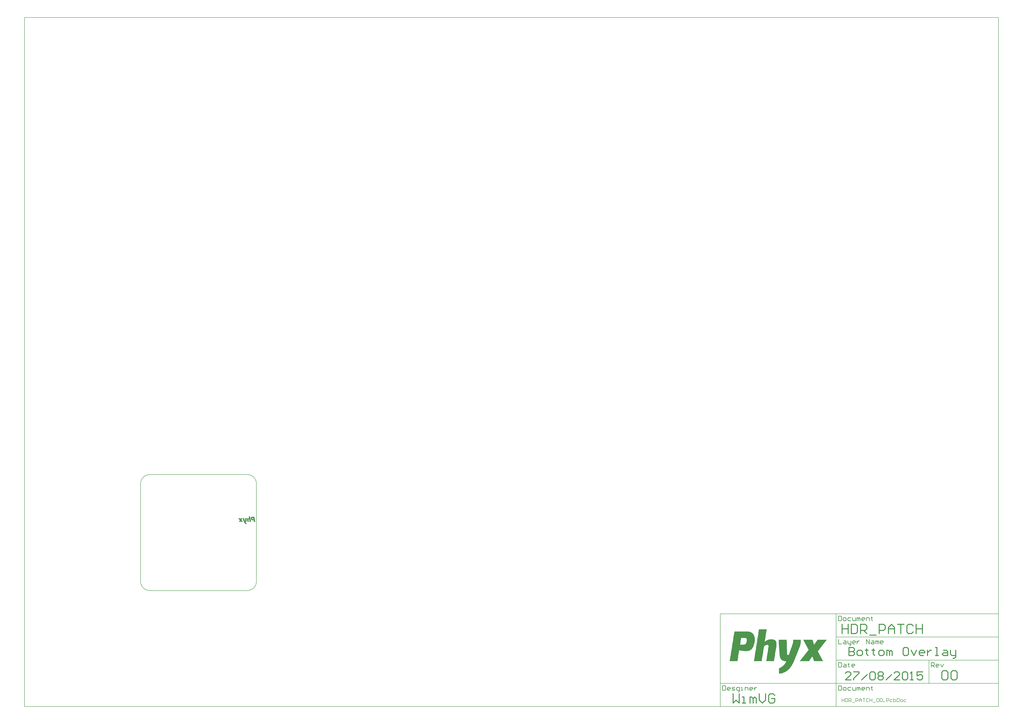
<source format=gbo>
G04 Layer_Color=32896*
%FSLAX25Y25*%
%MOIN*%
G70*
G01*
G75*
%ADD13C,0.01575*%
%ADD15C,0.00787*%
%ADD16C,0.00984*%
G36*
X193340Y125136D02*
X193385D01*
Y124820D01*
X193430D01*
Y124549D01*
X193475D01*
Y124234D01*
X193520D01*
Y124008D01*
X193565D01*
Y123692D01*
X193611D01*
Y123421D01*
X193656D01*
Y123151D01*
X193701D01*
Y122835D01*
X193746D01*
Y122564D01*
X193791D01*
Y122293D01*
X193836D01*
Y121977D01*
X193881D01*
Y121706D01*
X193926D01*
Y121436D01*
X193972D01*
Y121165D01*
X194017D01*
Y120849D01*
X194062D01*
Y120578D01*
X194107D01*
Y120308D01*
X194152D01*
Y119992D01*
X194197D01*
Y119721D01*
X194242D01*
Y119450D01*
X194287D01*
Y119134D01*
X194333D01*
Y118863D01*
X194378D01*
Y118593D01*
X194423D01*
Y118277D01*
X194468D01*
Y118006D01*
X194513D01*
Y117735D01*
X194558D01*
Y117419D01*
X194603D01*
Y117149D01*
X194649D01*
Y116878D01*
X194694D01*
Y116562D01*
X194739D01*
Y116336D01*
X192437D01*
Y116562D01*
X192392D01*
Y116833D01*
X192347D01*
Y117149D01*
X192302D01*
Y117419D01*
X192257D01*
Y117735D01*
X192212D01*
Y118006D01*
X192166D01*
Y118277D01*
X192121D01*
Y118593D01*
X192076D01*
Y118863D01*
X192031D01*
Y119134D01*
X191986D01*
Y119450D01*
X191941D01*
Y119586D01*
X191851D01*
Y119540D01*
X191715D01*
Y119495D01*
X191490D01*
Y119450D01*
X191264D01*
Y119405D01*
X190993D01*
Y119360D01*
X190587D01*
Y119315D01*
X189459D01*
Y119360D01*
X189188D01*
Y119405D01*
X189053D01*
Y119450D01*
X188917D01*
Y119495D01*
X188782D01*
Y119540D01*
X188692D01*
Y119586D01*
X188646D01*
Y119631D01*
X188556D01*
Y119676D01*
X188511D01*
Y119721D01*
X188421D01*
Y119766D01*
X188376D01*
Y119811D01*
X188331D01*
Y119856D01*
X188286D01*
Y119901D01*
X188240D01*
Y119947D01*
X188195D01*
Y119992D01*
X188150D01*
Y120037D01*
X188105D01*
Y120082D01*
X188060D01*
Y120172D01*
X188015D01*
Y120217D01*
X187970D01*
Y120308D01*
X187925D01*
Y120353D01*
X187879D01*
Y120443D01*
X187834D01*
Y120533D01*
X187789D01*
Y120623D01*
X187744D01*
Y120714D01*
X187699D01*
Y120849D01*
X187654D01*
Y120984D01*
X187609D01*
Y121120D01*
X187564D01*
Y121255D01*
X187518D01*
Y121436D01*
X187473D01*
Y121616D01*
X187428D01*
Y121842D01*
X187383D01*
Y122203D01*
X187338D01*
Y123331D01*
X187383D01*
Y123557D01*
X187428D01*
Y123737D01*
X187473D01*
Y123873D01*
X187518D01*
Y123963D01*
X187564D01*
Y124053D01*
X187609D01*
Y124143D01*
X187654D01*
Y124234D01*
X187699D01*
Y124279D01*
X187744D01*
Y124369D01*
X187789D01*
Y124414D01*
X187834D01*
Y124459D01*
X187879D01*
Y124504D01*
X187925D01*
Y124549D01*
X187970D01*
Y124595D01*
X188015D01*
Y124640D01*
X188060D01*
Y124685D01*
X188105D01*
Y124730D01*
X188195D01*
Y124775D01*
X188240D01*
Y124820D01*
X188331D01*
Y124865D01*
X188421D01*
Y124910D01*
X188511D01*
Y124956D01*
X188601D01*
Y125001D01*
X188737D01*
Y125046D01*
X188872D01*
Y125091D01*
X189098D01*
Y125136D01*
X189459D01*
Y125181D01*
X193340D01*
Y125136D01*
D02*
G37*
G36*
X175921Y122338D02*
X175966D01*
Y121977D01*
X176011D01*
Y121752D01*
X176056D01*
Y121571D01*
X176101D01*
Y121391D01*
X176146D01*
Y121210D01*
X176191D01*
Y121075D01*
X176237D01*
Y120939D01*
X176282D01*
Y120849D01*
X176327D01*
Y120714D01*
X176372D01*
Y120578D01*
X176417D01*
Y120443D01*
X176462D01*
Y120353D01*
X176507D01*
Y120217D01*
X176552D01*
Y120082D01*
X176598D01*
Y119947D01*
X176643D01*
Y119856D01*
X176688D01*
Y119721D01*
X176733D01*
Y119586D01*
X176778D01*
Y119450D01*
X176823D01*
Y119315D01*
X176868D01*
Y119225D01*
X176913D01*
Y119089D01*
X176959D01*
Y118954D01*
X177004D01*
Y118818D01*
X177049D01*
Y118728D01*
X177094D01*
Y118593D01*
X177139D01*
Y118457D01*
X177184D01*
Y118322D01*
X177229D01*
Y118232D01*
X177275D01*
Y118141D01*
X177410D01*
Y118186D01*
X177545D01*
Y118232D01*
X177590D01*
Y118277D01*
X177636D01*
Y118322D01*
X177681D01*
Y118367D01*
X177726D01*
Y118502D01*
X177771D01*
Y119586D01*
X177816D01*
Y121391D01*
X177861D01*
Y122699D01*
X180253D01*
Y122293D01*
X180208D01*
Y121571D01*
X180163D01*
Y120894D01*
X180117D01*
Y120172D01*
X180072D01*
Y119450D01*
X180027D01*
Y118818D01*
X179982D01*
Y118096D01*
X179937D01*
Y117735D01*
X179892D01*
Y117555D01*
X179847D01*
Y117419D01*
X179802D01*
Y117284D01*
X179756D01*
Y117194D01*
X179711D01*
Y117104D01*
X179666D01*
Y117058D01*
X179621D01*
Y116968D01*
X179576D01*
Y116923D01*
X179531D01*
Y116878D01*
X179486D01*
Y116833D01*
X179441D01*
Y116743D01*
X179350D01*
Y116697D01*
X179305D01*
Y116652D01*
X179260D01*
Y116607D01*
X179170D01*
Y116562D01*
X179080D01*
Y116517D01*
X178989D01*
Y116472D01*
X178899D01*
Y116427D01*
X178764D01*
Y116382D01*
X178583D01*
Y116336D01*
X178222D01*
Y116291D01*
X177997D01*
Y116201D01*
X178042D01*
Y116111D01*
X178087D01*
Y116021D01*
X178132D01*
Y115930D01*
X178177D01*
Y115840D01*
X178222D01*
Y115795D01*
X178267D01*
Y115705D01*
X178312D01*
Y115659D01*
X178358D01*
Y115569D01*
X178403D01*
Y115524D01*
X178448D01*
Y115479D01*
X178493D01*
Y115389D01*
X178538D01*
Y115343D01*
X178583D01*
Y115298D01*
X178628D01*
Y115253D01*
X178673D01*
Y115208D01*
X178719D01*
Y115163D01*
X178764D01*
Y115118D01*
X178809D01*
Y115073D01*
X178854D01*
Y115028D01*
X178899D01*
Y114982D01*
X178944D01*
Y114937D01*
X178989D01*
Y114892D01*
X179034D01*
Y114847D01*
X179125D01*
Y114802D01*
X179170D01*
Y114757D01*
X179215D01*
Y114712D01*
X179305D01*
Y114667D01*
X179350D01*
Y114621D01*
X179441D01*
Y114576D01*
X179486D01*
Y114531D01*
X179576D01*
Y114486D01*
X179666D01*
Y114441D01*
X179756D01*
Y114396D01*
X179802D01*
Y114351D01*
X179892D01*
Y114306D01*
X179982D01*
Y114260D01*
X180072D01*
Y114215D01*
X180117D01*
Y112636D01*
X179802D01*
Y112681D01*
X179486D01*
Y112726D01*
X179305D01*
Y112771D01*
X179125D01*
Y112816D01*
X178989D01*
Y112862D01*
X178854D01*
Y112907D01*
X178719D01*
Y112952D01*
X178628D01*
Y112997D01*
X178538D01*
Y113042D01*
X178403D01*
Y113087D01*
X178312D01*
Y113132D01*
X178267D01*
Y113177D01*
X178177D01*
Y113223D01*
X178087D01*
Y113268D01*
X178042D01*
Y113313D01*
X177951D01*
Y113358D01*
X177906D01*
Y113403D01*
X177816D01*
Y113448D01*
X177771D01*
Y113493D01*
X177681D01*
Y113538D01*
X177636D01*
Y113584D01*
X177590D01*
Y113629D01*
X177545D01*
Y113674D01*
X177500D01*
Y113719D01*
X177410D01*
Y113764D01*
X177365D01*
Y113809D01*
X177320D01*
Y113854D01*
X177275D01*
Y113900D01*
X177229D01*
Y113945D01*
X177184D01*
Y113990D01*
X177139D01*
Y114035D01*
X177094D01*
Y114080D01*
X177049D01*
Y114125D01*
X177004D01*
Y114215D01*
X176959D01*
Y114260D01*
X176913D01*
Y114306D01*
X176868D01*
Y114351D01*
X176823D01*
Y114396D01*
X176778D01*
Y114486D01*
X176733D01*
Y114531D01*
X176688D01*
Y114576D01*
X176643D01*
Y114667D01*
X176598D01*
Y114712D01*
X176552D01*
Y114757D01*
X176507D01*
Y114847D01*
X176462D01*
Y114892D01*
X176417D01*
Y114982D01*
X176372D01*
Y115073D01*
X176327D01*
Y115118D01*
X176282D01*
Y115208D01*
X176237D01*
Y115298D01*
X176191D01*
Y115343D01*
X176146D01*
Y115434D01*
X176101D01*
Y115524D01*
X176056D01*
Y115614D01*
X176011D01*
Y115705D01*
X175966D01*
Y115795D01*
X175921D01*
Y115885D01*
X175875D01*
Y115975D01*
X175830D01*
Y116066D01*
X175785D01*
Y116156D01*
X175740D01*
Y116291D01*
X175695D01*
Y116382D01*
X175650D01*
Y116517D01*
X175605D01*
Y116607D01*
X175560D01*
Y116743D01*
X175514D01*
Y116833D01*
X175469D01*
Y116923D01*
X175424D01*
Y117058D01*
X175379D01*
Y117194D01*
X175334D01*
Y117284D01*
X175289D01*
Y117419D01*
X175244D01*
Y117510D01*
X175199D01*
Y117600D01*
X175154D01*
Y117735D01*
X175108D01*
Y117825D01*
X175063D01*
Y117961D01*
X175018D01*
Y118051D01*
X174973D01*
Y118186D01*
X174928D01*
Y118277D01*
X174883D01*
Y118412D01*
X174838D01*
Y118502D01*
X174793D01*
Y118638D01*
X174747D01*
Y118728D01*
X174702D01*
Y118863D01*
X174657D01*
Y118954D01*
X174612D01*
Y119089D01*
X174567D01*
Y119179D01*
X174522D01*
Y119315D01*
X174477D01*
Y119405D01*
X174432D01*
Y119540D01*
X174386D01*
Y119631D01*
X174341D01*
Y119766D01*
X174296D01*
Y119856D01*
X174251D01*
Y119992D01*
X174206D01*
Y120082D01*
X174161D01*
Y120217D01*
X174116D01*
Y120308D01*
X174071D01*
Y120443D01*
X174025D01*
Y120533D01*
X173980D01*
Y120669D01*
X173935D01*
Y120804D01*
X173890D01*
Y120939D01*
X173845D01*
Y121120D01*
X173800D01*
Y121255D01*
X173755D01*
Y121481D01*
X173709D01*
Y121752D01*
X173664D01*
Y122699D01*
X173709D01*
Y122744D01*
X175921D01*
Y122338D01*
D02*
G37*
G36*
X172987Y122654D02*
X172942D01*
Y122609D01*
X172897D01*
Y122519D01*
X172852D01*
Y122429D01*
X172807D01*
Y122338D01*
X172762D01*
Y122248D01*
X172717D01*
Y122158D01*
X172671D01*
Y122113D01*
X172626D01*
Y122022D01*
X172581D01*
Y121932D01*
X172536D01*
Y121842D01*
X172491D01*
Y121752D01*
X172446D01*
Y121661D01*
X172401D01*
Y121571D01*
X172356D01*
Y121526D01*
X172310D01*
Y121436D01*
X172265D01*
Y121345D01*
X172220D01*
Y121255D01*
X172175D01*
Y121165D01*
X172130D01*
Y121075D01*
X172085D01*
Y120984D01*
X172040D01*
Y120894D01*
X171995D01*
Y120849D01*
X171950D01*
Y120759D01*
X171904D01*
Y120669D01*
X171859D01*
Y120578D01*
X171814D01*
Y120488D01*
X171769D01*
Y120398D01*
X171724D01*
Y120308D01*
X171679D01*
Y120217D01*
X171634D01*
Y120172D01*
X171589D01*
Y120082D01*
X171543D01*
Y119992D01*
X171498D01*
Y119901D01*
X171453D01*
Y119811D01*
X171408D01*
Y119766D01*
X171363D01*
Y119631D01*
X171408D01*
Y119586D01*
X171453D01*
Y119540D01*
X171498D01*
Y119495D01*
X171543D01*
Y119450D01*
X171589D01*
Y119360D01*
X171634D01*
Y119315D01*
X171679D01*
Y119270D01*
X171724D01*
Y119225D01*
X171769D01*
Y119134D01*
X171814D01*
Y119089D01*
X171859D01*
Y119044D01*
X171904D01*
Y118954D01*
X171950D01*
Y118909D01*
X171995D01*
Y118863D01*
X172040D01*
Y118818D01*
X172085D01*
Y118728D01*
X172130D01*
Y118683D01*
X172175D01*
Y118638D01*
X172220D01*
Y118548D01*
X172265D01*
Y118502D01*
X172310D01*
Y118457D01*
X172356D01*
Y118412D01*
X172401D01*
Y118322D01*
X172446D01*
Y118277D01*
X172491D01*
Y118232D01*
X172536D01*
Y118141D01*
X172581D01*
Y118096D01*
X172626D01*
Y118051D01*
X172671D01*
Y118006D01*
X172717D01*
Y117916D01*
X172762D01*
Y117871D01*
X172807D01*
Y117825D01*
X172852D01*
Y117780D01*
X172897D01*
Y117690D01*
X172942D01*
Y117645D01*
X172987D01*
Y117600D01*
X173032D01*
Y117510D01*
X173078D01*
Y117464D01*
X173123D01*
Y117419D01*
X173168D01*
Y117374D01*
X173213D01*
Y117284D01*
X173258D01*
Y117239D01*
X173303D01*
Y117194D01*
X173348D01*
Y117104D01*
X173394D01*
Y117058D01*
X173439D01*
Y117013D01*
X173484D01*
Y116968D01*
X173529D01*
Y116878D01*
X173574D01*
Y116833D01*
X173619D01*
Y116788D01*
X173664D01*
Y116697D01*
X173709D01*
Y116652D01*
X173755D01*
Y116607D01*
X173800D01*
Y116562D01*
X173845D01*
Y116472D01*
X173890D01*
Y116427D01*
X173935D01*
Y116382D01*
X173980D01*
Y116336D01*
X171227D01*
Y116382D01*
X171182D01*
Y116427D01*
X171137D01*
Y116517D01*
X171092D01*
Y116562D01*
X171047D01*
Y116607D01*
X171002D01*
Y116697D01*
X170957D01*
Y116743D01*
X170912D01*
Y116833D01*
X170866D01*
Y116878D01*
X170821D01*
Y116968D01*
X170776D01*
Y117013D01*
X170731D01*
Y117104D01*
X170686D01*
Y117149D01*
X170641D01*
Y117239D01*
X170596D01*
Y117284D01*
X170551D01*
Y117329D01*
X170505D01*
Y117419D01*
X170460D01*
Y117464D01*
X170415D01*
Y117555D01*
X170370D01*
Y117600D01*
X170325D01*
Y117690D01*
X170235D01*
Y117645D01*
X170189D01*
Y117510D01*
X170144D01*
Y117374D01*
X170099D01*
Y117284D01*
X170054D01*
Y117149D01*
X170009D01*
Y117013D01*
X169964D01*
Y116878D01*
X169919D01*
Y116788D01*
X169874D01*
Y116652D01*
X169828D01*
Y116517D01*
X169783D01*
Y116427D01*
X169738D01*
Y116336D01*
X167076D01*
Y116382D01*
X167121D01*
Y116472D01*
X167166D01*
Y116562D01*
X167211D01*
Y116652D01*
X167256D01*
Y116743D01*
X167301D01*
Y116788D01*
X167347D01*
Y116878D01*
X167392D01*
Y116968D01*
X167437D01*
Y117058D01*
X167482D01*
Y117149D01*
X167527D01*
Y117239D01*
X167572D01*
Y117329D01*
X167617D01*
Y117419D01*
X167662D01*
Y117464D01*
X167708D01*
Y117555D01*
X167753D01*
Y117645D01*
X167798D01*
Y117735D01*
X167843D01*
Y117825D01*
X167888D01*
Y117916D01*
X167933D01*
Y118006D01*
X167978D01*
Y118096D01*
X168023D01*
Y118141D01*
X168069D01*
Y118232D01*
X168114D01*
Y118322D01*
X168159D01*
Y118412D01*
X168204D01*
Y118502D01*
X168249D01*
Y118593D01*
X168294D01*
Y118683D01*
X168339D01*
Y118773D01*
X168384D01*
Y118818D01*
X168430D01*
Y118909D01*
X168475D01*
Y118999D01*
X168520D01*
Y119089D01*
X168565D01*
Y119179D01*
X168610D01*
Y119315D01*
X168565D01*
Y119360D01*
X168520D01*
Y119405D01*
X168475D01*
Y119450D01*
X168430D01*
Y119540D01*
X168384D01*
Y119586D01*
X168339D01*
Y119631D01*
X168294D01*
Y119721D01*
X168249D01*
Y119766D01*
X168204D01*
Y119811D01*
X168159D01*
Y119856D01*
X168114D01*
Y119947D01*
X168069D01*
Y119992D01*
X168023D01*
Y120037D01*
X167978D01*
Y120127D01*
X167933D01*
Y120172D01*
X167888D01*
Y120217D01*
X167843D01*
Y120308D01*
X167798D01*
Y120353D01*
X167753D01*
Y120398D01*
X167708D01*
Y120443D01*
X167662D01*
Y120533D01*
X167617D01*
Y120578D01*
X167572D01*
Y120623D01*
X167527D01*
Y120714D01*
X167482D01*
Y120759D01*
X167437D01*
Y120804D01*
X167392D01*
Y120894D01*
X167347D01*
Y120939D01*
X167301D01*
Y120984D01*
X167256D01*
Y121030D01*
X167211D01*
Y121120D01*
X167166D01*
Y121165D01*
X167121D01*
Y121210D01*
X167076D01*
Y121300D01*
X167031D01*
Y121345D01*
X166985D01*
Y121391D01*
X166940D01*
Y121481D01*
X166895D01*
Y121526D01*
X166850D01*
Y121571D01*
X166805D01*
Y121616D01*
X166760D01*
Y121706D01*
X166715D01*
Y121752D01*
X166670D01*
Y121797D01*
X166624D01*
Y121887D01*
X166579D01*
Y121932D01*
X166534D01*
Y121977D01*
X166489D01*
Y122067D01*
X166444D01*
Y122113D01*
X166399D01*
Y122158D01*
X166354D01*
Y122203D01*
X166309D01*
Y122293D01*
X166263D01*
Y122338D01*
X166218D01*
Y122383D01*
X166173D01*
Y122474D01*
X166128D01*
Y122519D01*
X166083D01*
Y122564D01*
X166038D01*
Y122654D01*
X165993D01*
Y122699D01*
X168746D01*
Y122654D01*
X168791D01*
Y122564D01*
X168836D01*
Y122519D01*
X168881D01*
Y122429D01*
X168926D01*
Y122383D01*
X168971D01*
Y122293D01*
X169016D01*
Y122203D01*
X169061D01*
Y122158D01*
X169106D01*
Y122067D01*
X169152D01*
Y122022D01*
X169197D01*
Y121932D01*
X169242D01*
Y121887D01*
X169287D01*
Y121797D01*
X169332D01*
Y121752D01*
X169377D01*
Y121661D01*
X169422D01*
Y121616D01*
X169467D01*
Y121526D01*
X169513D01*
Y121481D01*
X169558D01*
Y121391D01*
X169603D01*
Y121345D01*
X169648D01*
Y121255D01*
X169738D01*
Y121300D01*
X169783D01*
Y121436D01*
X169828D01*
Y121571D01*
X169874D01*
Y121752D01*
X169919D01*
Y121887D01*
X169964D01*
Y121977D01*
X170009D01*
Y122158D01*
X170054D01*
Y122293D01*
X170099D01*
Y122429D01*
X170144D01*
Y122564D01*
X170189D01*
Y122699D01*
X172987D01*
Y122654D01*
D02*
G37*
G36*
X186074Y125633D02*
X186119D01*
Y125362D01*
X186164D01*
Y125046D01*
X186210D01*
Y124775D01*
X186255D01*
Y124504D01*
X186300D01*
Y124234D01*
X186345D01*
Y123918D01*
X186390D01*
Y123647D01*
X186435D01*
Y123376D01*
X186480D01*
Y123060D01*
X186526D01*
Y122790D01*
X186571D01*
Y122519D01*
X186616D01*
Y122203D01*
X186661D01*
Y121932D01*
X186706D01*
Y121661D01*
X186751D01*
Y121391D01*
X186796D01*
Y121075D01*
X186841D01*
Y120804D01*
X186887D01*
Y120533D01*
X186932D01*
Y120217D01*
X186977D01*
Y119947D01*
X187022D01*
Y119676D01*
X187067D01*
Y119360D01*
X187112D01*
Y119089D01*
X187157D01*
Y118818D01*
X187203D01*
Y118502D01*
X187248D01*
Y118232D01*
X187293D01*
Y117961D01*
X187338D01*
Y117690D01*
X187383D01*
Y117374D01*
X187428D01*
Y117149D01*
X187473D01*
Y116833D01*
X187518D01*
Y116562D01*
X187564D01*
Y116336D01*
X185262D01*
Y116517D01*
X185217D01*
Y116833D01*
X185172D01*
Y117104D01*
X185127D01*
Y117374D01*
X185082D01*
Y117645D01*
X185036D01*
Y117916D01*
X184991D01*
Y118232D01*
X184946D01*
Y118502D01*
X184901D01*
Y118773D01*
X184856D01*
Y119089D01*
X184811D01*
Y119360D01*
X184766D01*
Y119631D01*
X184721D01*
Y119947D01*
X184675D01*
Y120217D01*
X184630D01*
Y120488D01*
X184585D01*
Y120714D01*
X184540D01*
Y120759D01*
X184495D01*
Y120804D01*
X184450D01*
Y120849D01*
X184405D01*
Y120894D01*
X184359D01*
Y120939D01*
X184314D01*
Y120984D01*
X184224D01*
Y121030D01*
X184134D01*
Y121075D01*
X183953D01*
Y121120D01*
X183412D01*
Y121075D01*
X183321D01*
Y120984D01*
X183276D01*
Y120894D01*
X183231D01*
Y120578D01*
X183276D01*
Y120308D01*
X183321D01*
Y120037D01*
X183367D01*
Y119721D01*
X183412D01*
Y119450D01*
X183457D01*
Y119179D01*
X183502D01*
Y118863D01*
X183547D01*
Y118593D01*
X183592D01*
Y118322D01*
X183637D01*
Y118006D01*
X183683D01*
Y117735D01*
X183728D01*
Y117464D01*
X183773D01*
Y117149D01*
X183818D01*
Y116878D01*
X183863D01*
Y116607D01*
X183908D01*
Y116336D01*
X181607D01*
Y116517D01*
X181562D01*
Y116833D01*
X181516D01*
Y117104D01*
X181471D01*
Y117374D01*
X181426D01*
Y117690D01*
X181381D01*
Y117961D01*
X181336D01*
Y118232D01*
X181291D01*
Y118548D01*
X181246D01*
Y118818D01*
X181201D01*
Y119089D01*
X181155D01*
Y119405D01*
X181110D01*
Y119676D01*
X181065D01*
Y119947D01*
X181020D01*
Y120217D01*
X180975D01*
Y120533D01*
X180930D01*
Y120849D01*
X180885D01*
Y121842D01*
X180930D01*
Y122022D01*
X180975D01*
Y122158D01*
X181020D01*
Y122248D01*
X181065D01*
Y122338D01*
X181110D01*
Y122383D01*
X181155D01*
Y122429D01*
X181201D01*
Y122474D01*
X181246D01*
Y122519D01*
X181291D01*
Y122564D01*
X181381D01*
Y122609D01*
X181426D01*
Y122654D01*
X181516D01*
Y122699D01*
X181652D01*
Y122744D01*
X181787D01*
Y122790D01*
X182103D01*
Y122835D01*
X182735D01*
Y122790D01*
X183051D01*
Y122744D01*
X183231D01*
Y122699D01*
X183367D01*
Y122654D01*
X183502D01*
Y122609D01*
X183592D01*
Y122564D01*
X183683D01*
Y122519D01*
X183773D01*
Y122474D01*
X183863D01*
Y122429D01*
X183908D01*
Y122383D01*
X183998D01*
Y122338D01*
X184044D01*
Y122293D01*
X184089D01*
Y122248D01*
X184179D01*
Y122203D01*
X184224D01*
Y122158D01*
X184269D01*
Y122113D01*
X184359D01*
Y122293D01*
X184314D01*
Y122564D01*
X184269D01*
Y122835D01*
X184224D01*
Y123151D01*
X184179D01*
Y123421D01*
X184134D01*
Y123692D01*
X184089D01*
Y123963D01*
X184044D01*
Y124279D01*
X183998D01*
Y124549D01*
X183953D01*
Y124865D01*
X183908D01*
Y125136D01*
X183863D01*
Y125407D01*
X183818D01*
Y125678D01*
X183773D01*
Y125768D01*
X186074D01*
Y125633D01*
D02*
G37*
%LPC*%
G36*
X191354Y123196D02*
X190000D01*
Y123151D01*
X189910D01*
Y123105D01*
X189865D01*
Y123060D01*
X189820D01*
Y123015D01*
X189775D01*
Y122970D01*
X189730D01*
Y122925D01*
Y122880D01*
Y122835D01*
X189684D01*
Y122790D01*
Y122744D01*
Y122699D01*
Y122654D01*
Y122609D01*
Y122564D01*
Y122519D01*
Y122474D01*
Y122429D01*
Y122383D01*
Y122338D01*
Y122293D01*
X189730D01*
Y122248D01*
Y122203D01*
Y122158D01*
Y122113D01*
Y122067D01*
X189775D01*
Y122022D01*
Y121977D01*
Y121932D01*
Y121887D01*
X189820D01*
Y121842D01*
Y121797D01*
Y121752D01*
X189865D01*
Y121706D01*
Y121661D01*
X189910D01*
Y121616D01*
X189955D01*
Y121571D01*
Y121526D01*
X190000D01*
Y121481D01*
X190045D01*
Y121436D01*
X190091D01*
Y121391D01*
X190181D01*
Y121345D01*
X190226D01*
Y121300D01*
X190407D01*
Y121255D01*
X191670D01*
Y121300D01*
Y121345D01*
Y121391D01*
Y121436D01*
X191625D01*
Y121481D01*
Y121526D01*
Y121571D01*
Y121616D01*
Y121661D01*
Y121706D01*
X191580D01*
Y121752D01*
Y121797D01*
Y121842D01*
Y121887D01*
Y121932D01*
Y121977D01*
X191535D01*
Y122022D01*
Y122067D01*
Y122113D01*
Y122158D01*
Y122203D01*
Y122248D01*
X191490D01*
Y122293D01*
Y122338D01*
Y122383D01*
Y122429D01*
Y122474D01*
Y122519D01*
X191444D01*
Y122564D01*
Y122609D01*
Y122654D01*
Y122699D01*
Y122744D01*
Y122790D01*
X191399D01*
Y122835D01*
Y122880D01*
Y122925D01*
Y122970D01*
Y123015D01*
Y123060D01*
Y123105D01*
X191354D01*
Y123151D01*
Y123196D01*
D02*
G37*
%LPD*%
G36*
X1121080Y-83717D02*
Y-84003D01*
Y-84290D01*
Y-84576D01*
Y-84862D01*
Y-85149D01*
Y-85435D01*
Y-85721D01*
Y-86007D01*
Y-86294D01*
Y-86580D01*
Y-86866D01*
Y-87153D01*
Y-87439D01*
Y-87725D01*
Y-88012D01*
Y-88298D01*
Y-88584D01*
Y-88871D01*
Y-89157D01*
Y-89443D01*
X1120793D01*
Y-89730D01*
Y-90016D01*
Y-90302D01*
Y-90588D01*
Y-90875D01*
X1120507D01*
Y-91161D01*
Y-91448D01*
Y-91734D01*
Y-92020D01*
X1120221D01*
Y-92306D01*
Y-92593D01*
Y-92879D01*
Y-93165D01*
X1119934D01*
Y-93452D01*
Y-93738D01*
Y-94024D01*
X1119648D01*
Y-94311D01*
Y-94597D01*
Y-94883D01*
X1119362D01*
Y-95170D01*
Y-95456D01*
Y-95742D01*
X1119075D01*
Y-96029D01*
Y-96315D01*
Y-96601D01*
X1118789D01*
Y-96887D01*
Y-97174D01*
X1118503D01*
Y-97460D01*
Y-97746D01*
X1118217D01*
Y-98033D01*
Y-98319D01*
Y-98605D01*
X1117930D01*
Y-98892D01*
Y-99178D01*
X1117644D01*
Y-99464D01*
Y-99751D01*
Y-100037D01*
X1117358D01*
Y-100323D01*
Y-100610D01*
X1117071D01*
Y-100896D01*
Y-101182D01*
Y-101468D01*
X1116785D01*
Y-101755D01*
Y-102041D01*
X1116499D01*
Y-102327D01*
Y-102614D01*
Y-102900D01*
X1116212D01*
Y-103186D01*
Y-103473D01*
X1115926D01*
Y-103759D01*
Y-104045D01*
Y-104332D01*
X1115640D01*
Y-104618D01*
Y-104904D01*
X1115353D01*
Y-105191D01*
Y-105477D01*
Y-105763D01*
X1115067D01*
Y-106049D01*
Y-106336D01*
X1114781D01*
Y-106622D01*
Y-106908D01*
Y-107195D01*
X1114494D01*
Y-107481D01*
Y-107767D01*
X1114208D01*
Y-108054D01*
Y-108340D01*
Y-108626D01*
X1113922D01*
Y-108913D01*
Y-109199D01*
X1113636D01*
Y-109485D01*
Y-109772D01*
Y-110058D01*
X1113349D01*
Y-110344D01*
Y-110630D01*
X1113063D01*
Y-110917D01*
Y-111203D01*
Y-111489D01*
X1112776D01*
Y-111776D01*
Y-112062D01*
X1112490D01*
Y-112348D01*
Y-112635D01*
Y-112921D01*
X1112204D01*
Y-113207D01*
Y-113494D01*
X1111918D01*
Y-113780D01*
Y-114066D01*
Y-114353D01*
X1111631D01*
Y-114639D01*
Y-114925D01*
X1111345D01*
Y-115211D01*
Y-115498D01*
Y-115784D01*
X1111059D01*
Y-116070D01*
Y-116357D01*
X1110772D01*
Y-116643D01*
Y-116929D01*
Y-117216D01*
X1110486D01*
Y-117502D01*
Y-117788D01*
X1110200D01*
Y-118075D01*
Y-118361D01*
Y-118647D01*
X1109913D01*
Y-118933D01*
Y-119220D01*
X1109627D01*
Y-119506D01*
Y-119792D01*
Y-120079D01*
X1109341D01*
Y-120365D01*
Y-120651D01*
X1109054D01*
Y-120938D01*
Y-121224D01*
X1108768D01*
Y-121510D01*
Y-121797D01*
X1108482D01*
Y-122083D01*
Y-122369D01*
Y-122656D01*
X1108195D01*
Y-122942D01*
X1107909D01*
Y-123228D01*
Y-123514D01*
Y-123801D01*
X1107623D01*
Y-124087D01*
X1107337D01*
Y-124373D01*
Y-124660D01*
X1107050D01*
Y-124946D01*
Y-125232D01*
X1106764D01*
Y-125519D01*
Y-125805D01*
X1106478D01*
Y-126091D01*
Y-126378D01*
X1106191D01*
Y-126664D01*
X1105905D01*
Y-126950D01*
Y-127237D01*
X1105619D01*
Y-127523D01*
Y-127809D01*
X1105332D01*
Y-128095D01*
X1105046D01*
Y-128382D01*
X1104760D01*
Y-128668D01*
Y-128954D01*
X1104473D01*
Y-129241D01*
X1104187D01*
Y-129527D01*
Y-129813D01*
X1103901D01*
Y-130100D01*
X1103615D01*
Y-130386D01*
X1103328D01*
Y-130672D01*
Y-130959D01*
X1103042D01*
Y-131245D01*
X1102756D01*
Y-131531D01*
X1102469D01*
Y-131818D01*
X1102183D01*
Y-132104D01*
X1101897D01*
Y-132390D01*
Y-132676D01*
X1101610D01*
Y-132963D01*
X1101324D01*
Y-133249D01*
X1101038D01*
Y-133535D01*
X1100751D01*
Y-133822D01*
X1100465D01*
Y-134108D01*
X1100179D01*
Y-134394D01*
X1099892D01*
Y-134681D01*
X1099320D01*
Y-134967D01*
X1099034D01*
Y-135253D01*
X1098747D01*
Y-135540D01*
X1098461D01*
Y-135826D01*
X1098175D01*
Y-136112D01*
X1097602D01*
Y-136399D01*
X1097316D01*
Y-136685D01*
X1096743D01*
Y-136971D01*
X1096457D01*
Y-137258D01*
X1095884D01*
Y-137544D01*
X1095598D01*
Y-137830D01*
X1095025D01*
Y-138117D01*
X1094452D01*
Y-138403D01*
X1093880D01*
Y-138689D01*
X1093307D01*
Y-138975D01*
X1092735D01*
Y-139262D01*
X1091876D01*
Y-139548D01*
X1091303D01*
Y-139834D01*
X1090444D01*
Y-140121D01*
X1089299D01*
Y-140407D01*
X1088154D01*
Y-140693D01*
X1086436D01*
Y-140980D01*
X1084432D01*
Y-141266D01*
X1084145D01*
Y-140980D01*
Y-140693D01*
Y-140407D01*
Y-140121D01*
Y-139834D01*
Y-139548D01*
Y-139262D01*
Y-138975D01*
Y-138689D01*
Y-138403D01*
Y-138117D01*
Y-137830D01*
Y-137544D01*
Y-137258D01*
Y-136971D01*
Y-136685D01*
Y-136399D01*
Y-136112D01*
Y-135826D01*
Y-135540D01*
Y-135253D01*
Y-134967D01*
Y-134681D01*
Y-134394D01*
Y-134108D01*
Y-133822D01*
Y-133535D01*
Y-133249D01*
Y-132963D01*
Y-132676D01*
Y-132390D01*
Y-132104D01*
Y-131818D01*
X1084718D01*
Y-131531D01*
X1085291D01*
Y-131245D01*
X1085863D01*
Y-130959D01*
X1086436D01*
Y-130672D01*
X1087008D01*
Y-130386D01*
X1087581D01*
Y-130100D01*
X1087867D01*
Y-129813D01*
X1088440D01*
Y-129527D01*
X1088726D01*
Y-129241D01*
X1089299D01*
Y-128954D01*
X1089585D01*
Y-128668D01*
X1089872D01*
Y-128382D01*
X1090444D01*
Y-128095D01*
X1090730D01*
Y-127809D01*
X1091017D01*
Y-127523D01*
X1091303D01*
Y-127237D01*
X1091589D01*
Y-126950D01*
X1091876D01*
Y-126664D01*
X1092162D01*
Y-126378D01*
X1092448D01*
Y-126091D01*
X1092735D01*
Y-125805D01*
X1093021D01*
Y-125519D01*
X1093307D01*
Y-125232D01*
X1093594D01*
Y-124946D01*
Y-124660D01*
X1093880D01*
Y-124373D01*
X1094166D01*
Y-124087D01*
X1094452D01*
Y-123801D01*
Y-123514D01*
X1094739D01*
Y-123228D01*
X1095025D01*
Y-122942D01*
Y-122656D01*
X1095311D01*
Y-122369D01*
Y-122083D01*
X1095598D01*
Y-121797D01*
X1095884D01*
Y-121510D01*
Y-121224D01*
X1096170D01*
Y-120938D01*
Y-120651D01*
X1096457D01*
Y-120365D01*
Y-120079D01*
X1094739D01*
Y-119792D01*
X1092735D01*
Y-119506D01*
X1091589D01*
Y-119220D01*
X1091017D01*
Y-118933D01*
X1090158D01*
Y-118647D01*
X1089585D01*
Y-118361D01*
X1089299D01*
Y-118075D01*
X1088726D01*
Y-117788D01*
X1088440D01*
Y-117502D01*
X1088154D01*
Y-117216D01*
X1087867D01*
Y-116929D01*
X1087581D01*
Y-116643D01*
X1087295D01*
Y-116357D01*
Y-116070D01*
X1087008D01*
Y-115784D01*
X1086722D01*
Y-115498D01*
Y-115211D01*
X1086436D01*
Y-114925D01*
Y-114639D01*
X1086149D01*
Y-114353D01*
Y-114066D01*
X1085863D01*
Y-113780D01*
Y-113494D01*
Y-113207D01*
X1085577D01*
Y-112921D01*
Y-112635D01*
Y-112348D01*
Y-112062D01*
X1085291D01*
Y-111776D01*
Y-111489D01*
Y-111203D01*
Y-110917D01*
Y-110630D01*
Y-110344D01*
Y-110058D01*
X1085004D01*
Y-109772D01*
Y-109485D01*
Y-109199D01*
Y-108913D01*
Y-108626D01*
Y-108340D01*
Y-108054D01*
Y-107767D01*
Y-107481D01*
Y-107195D01*
Y-106908D01*
Y-106622D01*
Y-106336D01*
Y-106049D01*
Y-105763D01*
X1084718D01*
Y-105477D01*
Y-105191D01*
Y-104904D01*
Y-104618D01*
Y-104332D01*
Y-104045D01*
Y-103759D01*
Y-103473D01*
Y-103186D01*
Y-102900D01*
Y-102614D01*
Y-102327D01*
Y-102041D01*
Y-101755D01*
Y-101468D01*
X1084432D01*
Y-101182D01*
Y-100896D01*
Y-100610D01*
Y-100323D01*
Y-100037D01*
Y-99751D01*
Y-99464D01*
Y-99178D01*
Y-98892D01*
Y-98605D01*
Y-98319D01*
Y-98033D01*
Y-97746D01*
Y-97460D01*
Y-97174D01*
Y-96887D01*
X1084145D01*
Y-96601D01*
Y-96315D01*
Y-96029D01*
Y-95742D01*
Y-95456D01*
Y-95170D01*
Y-94883D01*
Y-94597D01*
Y-94311D01*
Y-94024D01*
Y-93738D01*
Y-93452D01*
Y-93165D01*
Y-92879D01*
Y-92593D01*
Y-92306D01*
X1083859D01*
Y-92020D01*
Y-91734D01*
Y-91448D01*
Y-91161D01*
Y-90875D01*
Y-90588D01*
Y-90302D01*
Y-90016D01*
Y-89730D01*
Y-89443D01*
Y-89157D01*
Y-88871D01*
Y-88584D01*
Y-88298D01*
X1083573D01*
Y-88012D01*
Y-87725D01*
Y-87439D01*
Y-87153D01*
Y-86866D01*
Y-86580D01*
Y-86294D01*
Y-86007D01*
Y-85721D01*
Y-85435D01*
Y-85149D01*
Y-84862D01*
Y-84576D01*
Y-84290D01*
Y-84003D01*
Y-83717D01*
X1083286D01*
Y-83431D01*
X1097029D01*
Y-83717D01*
Y-84003D01*
Y-84290D01*
Y-84576D01*
Y-84862D01*
Y-85149D01*
Y-85435D01*
Y-85721D01*
Y-86007D01*
Y-86294D01*
Y-86580D01*
Y-86866D01*
Y-87153D01*
Y-87439D01*
X1097316D01*
Y-87725D01*
Y-88012D01*
Y-88298D01*
Y-88584D01*
Y-88871D01*
Y-89157D01*
Y-89443D01*
Y-89730D01*
Y-90016D01*
Y-90302D01*
Y-90588D01*
Y-90875D01*
Y-91161D01*
Y-91448D01*
Y-91734D01*
Y-92020D01*
Y-92306D01*
Y-92593D01*
Y-92879D01*
Y-93165D01*
Y-93452D01*
Y-93738D01*
Y-94024D01*
Y-94311D01*
Y-94597D01*
Y-94883D01*
Y-95170D01*
Y-95456D01*
Y-95742D01*
Y-96029D01*
Y-96315D01*
Y-96601D01*
Y-96887D01*
Y-97174D01*
Y-97460D01*
Y-97746D01*
Y-98033D01*
Y-98319D01*
Y-98605D01*
Y-98892D01*
Y-99178D01*
X1097602D01*
Y-99464D01*
X1097316D01*
Y-99751D01*
Y-100037D01*
X1097602D01*
Y-100323D01*
Y-100610D01*
Y-100896D01*
Y-101182D01*
Y-101468D01*
Y-101755D01*
Y-102041D01*
Y-102327D01*
Y-102614D01*
Y-102900D01*
Y-103186D01*
Y-103473D01*
Y-103759D01*
Y-104045D01*
Y-104332D01*
Y-104618D01*
Y-104904D01*
Y-105191D01*
Y-105477D01*
Y-105763D01*
Y-106049D01*
Y-106336D01*
Y-106622D01*
Y-106908D01*
Y-107195D01*
Y-107481D01*
X1097888D01*
Y-107767D01*
Y-108054D01*
Y-108340D01*
X1098175D01*
Y-108626D01*
X1098461D01*
Y-108913D01*
X1098747D01*
Y-109199D01*
X1099606D01*
Y-109485D01*
X1100465D01*
Y-109199D01*
X1100751D01*
Y-108913D01*
Y-108626D01*
Y-108340D01*
X1101038D01*
Y-108054D01*
Y-107767D01*
X1101324D01*
Y-107481D01*
Y-107195D01*
Y-106908D01*
X1101610D01*
Y-106622D01*
Y-106336D01*
Y-106049D01*
X1101897D01*
Y-105763D01*
Y-105477D01*
Y-105191D01*
X1102183D01*
Y-104904D01*
Y-104618D01*
Y-104332D01*
X1102469D01*
Y-104045D01*
Y-103759D01*
X1102756D01*
Y-103473D01*
Y-103186D01*
Y-102900D01*
X1103042D01*
Y-102614D01*
Y-102327D01*
Y-102041D01*
X1103328D01*
Y-101755D01*
Y-101468D01*
Y-101182D01*
X1103615D01*
Y-100896D01*
Y-100610D01*
X1103901D01*
Y-100323D01*
Y-100037D01*
Y-99751D01*
X1104187D01*
Y-99464D01*
Y-99178D01*
Y-98892D01*
X1104473D01*
Y-98605D01*
Y-98319D01*
Y-98033D01*
X1104760D01*
Y-97746D01*
Y-97460D01*
X1105046D01*
Y-97174D01*
Y-96887D01*
Y-96601D01*
X1105332D01*
Y-96315D01*
Y-96029D01*
Y-95742D01*
X1105619D01*
Y-95456D01*
Y-95170D01*
Y-94883D01*
X1105905D01*
Y-94597D01*
Y-94311D01*
X1106191D01*
Y-94024D01*
Y-93738D01*
Y-93452D01*
X1106478D01*
Y-93165D01*
Y-92879D01*
Y-92593D01*
X1106764D01*
Y-92306D01*
Y-92020D01*
Y-91734D01*
X1107050D01*
Y-91448D01*
Y-91161D01*
Y-90875D01*
Y-90588D01*
X1107337D01*
Y-90302D01*
Y-90016D01*
Y-89730D01*
Y-89443D01*
X1107623D01*
Y-89157D01*
Y-88871D01*
Y-88584D01*
Y-88298D01*
Y-88012D01*
X1107909D01*
Y-87725D01*
Y-87439D01*
Y-87153D01*
Y-86866D01*
Y-86580D01*
Y-86294D01*
X1108195D01*
Y-86007D01*
Y-85721D01*
Y-85435D01*
Y-85149D01*
Y-84862D01*
Y-84576D01*
Y-84290D01*
Y-84003D01*
Y-83717D01*
Y-83431D01*
X1121080D01*
Y-83717D01*
D02*
G37*
G36*
X1063244Y-66252D02*
Y-66538D01*
X1062958D01*
Y-66825D01*
Y-67111D01*
Y-67397D01*
Y-67684D01*
Y-67970D01*
Y-68256D01*
X1062672D01*
Y-68542D01*
Y-68829D01*
Y-69115D01*
Y-69401D01*
Y-69688D01*
Y-69974D01*
X1062385D01*
Y-70260D01*
Y-70547D01*
Y-70833D01*
Y-71119D01*
Y-71406D01*
Y-71692D01*
Y-71978D01*
X1062099D01*
Y-72264D01*
Y-72551D01*
Y-72837D01*
Y-73123D01*
Y-73410D01*
Y-73696D01*
X1061813D01*
Y-73982D01*
Y-74269D01*
Y-74555D01*
Y-74841D01*
Y-75128D01*
Y-75414D01*
X1061526D01*
Y-75700D01*
Y-75987D01*
Y-76273D01*
Y-76559D01*
Y-76846D01*
Y-77132D01*
Y-77418D01*
X1061240D01*
Y-77704D01*
Y-77991D01*
Y-78277D01*
Y-78563D01*
Y-78850D01*
Y-79136D01*
X1060954D01*
Y-79422D01*
Y-79709D01*
Y-79995D01*
Y-80281D01*
Y-80568D01*
Y-80854D01*
X1060668D01*
Y-81140D01*
Y-81427D01*
Y-81713D01*
Y-81999D01*
Y-82285D01*
Y-82572D01*
X1060381D01*
Y-82858D01*
Y-83144D01*
Y-83431D01*
Y-83717D01*
Y-84003D01*
Y-84290D01*
Y-84576D01*
X1060095D01*
Y-84862D01*
Y-85149D01*
Y-85435D01*
Y-85721D01*
Y-86007D01*
Y-86294D01*
X1059809D01*
Y-86580D01*
Y-86866D01*
X1060381D01*
Y-86580D01*
X1060668D01*
Y-86294D01*
X1060954D01*
Y-86007D01*
X1061526D01*
Y-85721D01*
X1061813D01*
Y-85435D01*
X1062099D01*
Y-85149D01*
X1062672D01*
Y-84862D01*
X1063244D01*
Y-84576D01*
X1063531D01*
Y-84290D01*
X1064103D01*
Y-84003D01*
X1064962D01*
Y-83717D01*
X1065535D01*
Y-83431D01*
X1066394D01*
Y-83144D01*
X1067825D01*
Y-82858D01*
X1074124D01*
Y-83144D01*
X1075270D01*
Y-83431D01*
X1076128D01*
Y-83717D01*
X1076701D01*
Y-84003D01*
X1076987D01*
Y-84290D01*
X1077560D01*
Y-84576D01*
X1077846D01*
Y-84862D01*
X1078133D01*
Y-85149D01*
X1078419D01*
Y-85435D01*
X1078705D01*
Y-85721D01*
Y-86007D01*
X1078992D01*
Y-86294D01*
Y-86580D01*
X1079278D01*
Y-86866D01*
Y-87153D01*
Y-87439D01*
X1079564D01*
Y-87725D01*
Y-88012D01*
Y-88298D01*
Y-88584D01*
X1079850D01*
Y-88871D01*
Y-89157D01*
Y-89443D01*
Y-89730D01*
Y-90016D01*
Y-90302D01*
Y-90588D01*
Y-90875D01*
Y-91161D01*
Y-91448D01*
Y-91734D01*
Y-92020D01*
Y-92306D01*
Y-92593D01*
Y-92879D01*
Y-93165D01*
Y-93452D01*
Y-93738D01*
X1079564D01*
Y-94024D01*
Y-94311D01*
Y-94597D01*
Y-94883D01*
Y-95170D01*
Y-95456D01*
Y-95742D01*
X1079278D01*
Y-96029D01*
Y-96315D01*
Y-96601D01*
Y-96887D01*
Y-97174D01*
Y-97460D01*
Y-97746D01*
X1078992D01*
Y-98033D01*
Y-98319D01*
Y-98605D01*
Y-98892D01*
Y-99178D01*
Y-99464D01*
X1078705D01*
Y-99751D01*
Y-100037D01*
Y-100323D01*
Y-100610D01*
Y-100896D01*
Y-101182D01*
X1078419D01*
Y-101468D01*
Y-101755D01*
Y-102041D01*
Y-102327D01*
Y-102614D01*
Y-102900D01*
X1078133D01*
Y-103186D01*
Y-103473D01*
Y-103759D01*
Y-104045D01*
Y-104332D01*
Y-104618D01*
Y-104904D01*
X1077846D01*
Y-105191D01*
Y-105477D01*
Y-105763D01*
Y-106049D01*
Y-106336D01*
Y-106622D01*
X1077560D01*
Y-106908D01*
Y-107195D01*
Y-107481D01*
Y-107767D01*
Y-108054D01*
Y-108340D01*
X1077274D01*
Y-108626D01*
Y-108913D01*
Y-109199D01*
Y-109485D01*
Y-109772D01*
Y-110058D01*
Y-110344D01*
X1076987D01*
Y-110630D01*
Y-110917D01*
Y-111203D01*
Y-111489D01*
Y-111776D01*
Y-112062D01*
X1076701D01*
Y-112348D01*
Y-112635D01*
Y-112921D01*
Y-113207D01*
Y-113494D01*
Y-113780D01*
X1076415D01*
Y-114066D01*
Y-114353D01*
Y-114639D01*
Y-114925D01*
Y-115211D01*
Y-115498D01*
X1076128D01*
Y-115784D01*
Y-116070D01*
Y-116357D01*
Y-116643D01*
Y-116929D01*
Y-117216D01*
Y-117502D01*
X1075842D01*
Y-117788D01*
Y-118075D01*
Y-118361D01*
Y-118647D01*
Y-118933D01*
Y-119220D01*
X1075556D01*
Y-119506D01*
Y-119792D01*
X1062385D01*
Y-119506D01*
Y-119220D01*
X1062672D01*
Y-118933D01*
Y-118647D01*
Y-118361D01*
Y-118075D01*
Y-117788D01*
Y-117502D01*
X1062958D01*
Y-117216D01*
Y-116929D01*
Y-116643D01*
Y-116357D01*
Y-116070D01*
Y-115784D01*
Y-115498D01*
X1063244D01*
Y-115211D01*
Y-114925D01*
Y-114639D01*
Y-114353D01*
Y-114066D01*
Y-113780D01*
X1063531D01*
Y-113494D01*
Y-113207D01*
Y-112921D01*
Y-112635D01*
Y-112348D01*
Y-112062D01*
X1063817D01*
Y-111776D01*
Y-111489D01*
Y-111203D01*
Y-110917D01*
Y-110630D01*
Y-110344D01*
Y-110058D01*
X1064103D01*
Y-109772D01*
Y-109485D01*
Y-109199D01*
Y-108913D01*
Y-108626D01*
Y-108340D01*
X1064390D01*
Y-108054D01*
Y-107767D01*
Y-107481D01*
Y-107195D01*
Y-106908D01*
Y-106622D01*
Y-106336D01*
X1064676D01*
Y-106049D01*
Y-105763D01*
Y-105477D01*
Y-105191D01*
Y-104904D01*
Y-104618D01*
X1064962D01*
Y-104332D01*
Y-104045D01*
Y-103759D01*
Y-103473D01*
Y-103186D01*
Y-102900D01*
X1065249D01*
Y-102614D01*
Y-102327D01*
Y-102041D01*
Y-101755D01*
Y-101468D01*
Y-101182D01*
X1065535D01*
Y-100896D01*
Y-100610D01*
Y-100323D01*
Y-100037D01*
Y-99751D01*
Y-99464D01*
Y-99178D01*
X1065821D01*
Y-98892D01*
Y-98605D01*
Y-98319D01*
Y-98033D01*
Y-97746D01*
Y-97460D01*
X1066107D01*
Y-97174D01*
Y-96887D01*
Y-96601D01*
Y-96315D01*
Y-96029D01*
Y-95742D01*
Y-95456D01*
X1066394D01*
Y-95170D01*
Y-94883D01*
Y-94597D01*
Y-94311D01*
Y-94024D01*
Y-93738D01*
X1066107D01*
Y-93452D01*
Y-93165D01*
X1065821D01*
Y-92879D01*
X1065535D01*
Y-92593D01*
X1064962D01*
Y-92306D01*
X1063244D01*
Y-92593D01*
X1061813D01*
Y-92879D01*
X1060954D01*
Y-93165D01*
X1060381D01*
Y-93452D01*
X1060095D01*
Y-93738D01*
X1059522D01*
Y-94024D01*
X1059236D01*
Y-94311D01*
X1058950D01*
Y-94597D01*
Y-94883D01*
X1058663D01*
Y-95170D01*
Y-95456D01*
Y-95742D01*
X1058377D01*
Y-96029D01*
Y-96315D01*
Y-96601D01*
Y-96887D01*
Y-97174D01*
Y-97460D01*
X1058091D01*
Y-97746D01*
Y-98033D01*
Y-98319D01*
Y-98605D01*
Y-98892D01*
Y-99178D01*
Y-99464D01*
X1057804D01*
Y-99751D01*
Y-100037D01*
Y-100323D01*
Y-100610D01*
Y-100896D01*
Y-101182D01*
X1057518D01*
Y-101468D01*
Y-101755D01*
Y-102041D01*
Y-102327D01*
Y-102614D01*
Y-102900D01*
X1057232D01*
Y-103186D01*
Y-103473D01*
Y-103759D01*
Y-104045D01*
Y-104332D01*
Y-104618D01*
X1056946D01*
Y-104904D01*
Y-105191D01*
Y-105477D01*
Y-105763D01*
Y-106049D01*
Y-106336D01*
Y-106622D01*
X1056659D01*
Y-106908D01*
Y-107195D01*
Y-107481D01*
Y-107767D01*
Y-108054D01*
Y-108340D01*
X1056373D01*
Y-108626D01*
Y-108913D01*
Y-109199D01*
Y-109485D01*
Y-109772D01*
Y-110058D01*
X1056087D01*
Y-110344D01*
Y-110630D01*
Y-110917D01*
Y-111203D01*
Y-111489D01*
Y-111776D01*
Y-112062D01*
X1055800D01*
Y-112348D01*
Y-112635D01*
Y-112921D01*
Y-113207D01*
Y-113494D01*
Y-113780D01*
X1055514D01*
Y-114066D01*
Y-114353D01*
Y-114639D01*
Y-114925D01*
Y-115211D01*
Y-115498D01*
X1055228D01*
Y-115784D01*
Y-116070D01*
Y-116357D01*
Y-116643D01*
Y-116929D01*
Y-117216D01*
X1054941D01*
Y-117502D01*
Y-117788D01*
Y-118075D01*
Y-118361D01*
Y-118647D01*
Y-118933D01*
Y-119220D01*
X1054655D01*
Y-119506D01*
Y-119792D01*
X1041485D01*
Y-119506D01*
Y-119220D01*
X1041771D01*
Y-118933D01*
Y-118647D01*
Y-118361D01*
Y-118075D01*
Y-117788D01*
Y-117502D01*
Y-117216D01*
X1042057D01*
Y-116929D01*
Y-116643D01*
Y-116357D01*
Y-116070D01*
Y-115784D01*
Y-115498D01*
X1042344D01*
Y-115211D01*
Y-114925D01*
Y-114639D01*
Y-114353D01*
Y-114066D01*
Y-113780D01*
X1042630D01*
Y-113494D01*
Y-113207D01*
Y-112921D01*
Y-112635D01*
Y-112348D01*
Y-112062D01*
Y-111776D01*
X1042916D01*
Y-111489D01*
Y-111203D01*
Y-110917D01*
Y-110630D01*
Y-110344D01*
Y-110058D01*
X1043202D01*
Y-109772D01*
Y-109485D01*
Y-109199D01*
Y-108913D01*
Y-108626D01*
Y-108340D01*
X1043489D01*
Y-108054D01*
Y-107767D01*
Y-107481D01*
Y-107195D01*
Y-106908D01*
Y-106622D01*
X1043775D01*
Y-106336D01*
Y-106049D01*
Y-105763D01*
Y-105477D01*
Y-105191D01*
Y-104904D01*
Y-104618D01*
X1044061D01*
Y-104332D01*
Y-104045D01*
Y-103759D01*
Y-103473D01*
Y-103186D01*
Y-102900D01*
X1044348D01*
Y-102614D01*
Y-102327D01*
Y-102041D01*
Y-101755D01*
Y-101468D01*
Y-101182D01*
X1044634D01*
Y-100896D01*
Y-100610D01*
Y-100323D01*
Y-100037D01*
Y-99751D01*
Y-99464D01*
Y-99178D01*
X1044920D01*
Y-98892D01*
Y-98605D01*
Y-98319D01*
Y-98033D01*
Y-97746D01*
Y-97460D01*
X1045207D01*
Y-97174D01*
Y-96887D01*
Y-96601D01*
Y-96315D01*
Y-96029D01*
Y-95742D01*
X1045493D01*
Y-95456D01*
Y-95170D01*
Y-94883D01*
Y-94597D01*
Y-94311D01*
Y-94024D01*
X1045779D01*
Y-93738D01*
Y-93452D01*
Y-93165D01*
Y-92879D01*
Y-92593D01*
Y-92306D01*
Y-92020D01*
X1046066D01*
Y-91734D01*
Y-91448D01*
Y-91161D01*
Y-90875D01*
Y-90588D01*
Y-90302D01*
X1046352D01*
Y-90016D01*
Y-89730D01*
Y-89443D01*
Y-89157D01*
Y-88871D01*
Y-88584D01*
X1046638D01*
Y-88298D01*
Y-88012D01*
Y-87725D01*
Y-87439D01*
Y-87153D01*
Y-86866D01*
X1046925D01*
Y-86580D01*
Y-86294D01*
Y-86007D01*
Y-85721D01*
Y-85435D01*
Y-85149D01*
Y-84862D01*
X1047211D01*
Y-84576D01*
Y-84290D01*
Y-84003D01*
Y-83717D01*
Y-83431D01*
Y-83144D01*
X1047497D01*
Y-82858D01*
Y-82572D01*
Y-82285D01*
Y-81999D01*
Y-81713D01*
Y-81427D01*
X1047783D01*
Y-81140D01*
Y-80854D01*
Y-80568D01*
Y-80281D01*
Y-79995D01*
Y-79709D01*
Y-79422D01*
X1048070D01*
Y-79136D01*
Y-78850D01*
Y-78563D01*
Y-78277D01*
Y-77991D01*
Y-77704D01*
X1048356D01*
Y-77418D01*
Y-77132D01*
Y-76846D01*
Y-76559D01*
Y-76273D01*
Y-75987D01*
X1048642D01*
Y-75700D01*
Y-75414D01*
Y-75128D01*
Y-74841D01*
Y-74555D01*
Y-74269D01*
X1048929D01*
Y-73982D01*
Y-73696D01*
Y-73410D01*
Y-73123D01*
Y-72837D01*
Y-72551D01*
Y-72264D01*
X1049215D01*
Y-71978D01*
Y-71692D01*
Y-71406D01*
Y-71119D01*
Y-70833D01*
Y-70547D01*
X1049501D01*
Y-70260D01*
Y-69974D01*
Y-69688D01*
Y-69401D01*
Y-69115D01*
Y-68829D01*
X1049788D01*
Y-68542D01*
Y-68256D01*
Y-67970D01*
Y-67684D01*
Y-67397D01*
Y-67111D01*
Y-66825D01*
X1050074D01*
Y-66538D01*
Y-66252D01*
Y-65966D01*
X1063244D01*
Y-66252D01*
D02*
G37*
G36*
X1032036Y-69688D02*
X1033754D01*
Y-69974D01*
X1034613D01*
Y-70260D01*
X1035472D01*
Y-70547D01*
X1036331D01*
Y-70833D01*
X1036904D01*
Y-71119D01*
X1037190D01*
Y-71406D01*
X1037763D01*
Y-71692D01*
X1038049D01*
Y-71978D01*
X1038622D01*
Y-72264D01*
X1038908D01*
Y-72551D01*
X1039194D01*
Y-72837D01*
X1039480D01*
Y-73123D01*
X1039767D01*
Y-73410D01*
X1040053D01*
Y-73696D01*
X1040339D01*
Y-73982D01*
Y-74269D01*
X1040626D01*
Y-74555D01*
X1040912D01*
Y-74841D01*
Y-75128D01*
X1041198D01*
Y-75414D01*
X1041485D01*
Y-75700D01*
Y-75987D01*
X1041771D01*
Y-76273D01*
Y-76559D01*
Y-76846D01*
X1042057D01*
Y-77132D01*
Y-77418D01*
Y-77704D01*
X1042344D01*
Y-77991D01*
Y-78277D01*
Y-78563D01*
Y-78850D01*
X1042630D01*
Y-79136D01*
Y-79422D01*
Y-79709D01*
Y-79995D01*
Y-80281D01*
X1042916D01*
Y-80568D01*
Y-80854D01*
Y-81140D01*
Y-81427D01*
Y-81713D01*
Y-81999D01*
Y-82285D01*
Y-82572D01*
Y-82858D01*
Y-83144D01*
Y-83431D01*
Y-83717D01*
Y-84003D01*
Y-84290D01*
Y-84576D01*
Y-84862D01*
Y-85149D01*
Y-85435D01*
Y-85721D01*
Y-86007D01*
X1042630D01*
Y-86294D01*
Y-86580D01*
Y-86866D01*
Y-87153D01*
Y-87439D01*
Y-87725D01*
Y-88012D01*
X1042344D01*
Y-88298D01*
Y-88584D01*
Y-88871D01*
Y-89157D01*
Y-89443D01*
X1042057D01*
Y-89730D01*
Y-90016D01*
Y-90302D01*
Y-90588D01*
Y-90875D01*
X1041771D01*
Y-91161D01*
Y-91448D01*
Y-91734D01*
X1041485D01*
Y-92020D01*
Y-92306D01*
Y-92593D01*
Y-92879D01*
X1041198D01*
Y-93165D01*
Y-93452D01*
Y-93738D01*
X1040912D01*
Y-94024D01*
Y-94311D01*
X1040626D01*
Y-94597D01*
Y-94883D01*
Y-95170D01*
X1040339D01*
Y-95456D01*
Y-95742D01*
X1040053D01*
Y-96029D01*
Y-96315D01*
X1039767D01*
Y-96601D01*
Y-96887D01*
X1039480D01*
Y-97174D01*
X1039194D01*
Y-97460D01*
Y-97746D01*
X1038908D01*
Y-98033D01*
X1038622D01*
Y-98319D01*
X1038335D01*
Y-98605D01*
Y-98892D01*
X1038049D01*
Y-99178D01*
X1037763D01*
Y-99464D01*
X1037476D01*
Y-99751D01*
X1037190D01*
Y-100037D01*
X1036904D01*
Y-100323D01*
X1036331D01*
Y-100610D01*
X1036045D01*
Y-100896D01*
X1035472D01*
Y-101182D01*
X1035186D01*
Y-101468D01*
X1034613D01*
Y-101755D01*
X1033754D01*
Y-102041D01*
X1032895D01*
Y-102327D01*
X1032036D01*
Y-102614D01*
X1030318D01*
Y-102900D01*
X1025165D01*
Y-102614D01*
X1022588D01*
Y-102327D01*
X1020584D01*
Y-102041D01*
X1019152D01*
Y-101755D01*
X1017721D01*
Y-101468D01*
X1016289D01*
Y-101755D01*
Y-102041D01*
Y-102327D01*
Y-102614D01*
Y-102900D01*
Y-103186D01*
Y-103473D01*
X1016003D01*
Y-103759D01*
Y-104045D01*
Y-104332D01*
Y-104618D01*
Y-104904D01*
Y-105191D01*
X1015716D01*
Y-105477D01*
Y-105763D01*
Y-106049D01*
Y-106336D01*
Y-106622D01*
Y-106908D01*
X1015430D01*
Y-107195D01*
Y-107481D01*
Y-107767D01*
Y-108054D01*
Y-108340D01*
Y-108626D01*
Y-108913D01*
X1015144D01*
Y-109199D01*
Y-109485D01*
Y-109772D01*
Y-110058D01*
Y-110344D01*
Y-110630D01*
X1014857D01*
Y-110917D01*
Y-111203D01*
Y-111489D01*
Y-111776D01*
Y-112062D01*
Y-112348D01*
X1014571D01*
Y-112635D01*
Y-112921D01*
Y-113207D01*
Y-113494D01*
Y-113780D01*
Y-114066D01*
Y-114353D01*
X1014285D01*
Y-114639D01*
Y-114925D01*
Y-115211D01*
Y-115498D01*
Y-115784D01*
Y-116070D01*
X1013999D01*
Y-116357D01*
Y-116643D01*
Y-116929D01*
Y-117216D01*
Y-117502D01*
Y-117788D01*
X1013712D01*
Y-118075D01*
Y-118361D01*
Y-118647D01*
Y-118933D01*
Y-119220D01*
Y-119506D01*
Y-119792D01*
X1000256D01*
Y-119506D01*
X1000542D01*
Y-119220D01*
Y-118933D01*
Y-118647D01*
Y-118361D01*
Y-118075D01*
X1000828D01*
Y-117788D01*
Y-117502D01*
Y-117216D01*
Y-116929D01*
Y-116643D01*
Y-116357D01*
Y-116070D01*
X1001114D01*
Y-115784D01*
Y-115498D01*
Y-115211D01*
Y-114925D01*
Y-114639D01*
Y-114353D01*
X1001401D01*
Y-114066D01*
Y-113780D01*
Y-113494D01*
Y-113207D01*
Y-112921D01*
Y-112635D01*
X1001687D01*
Y-112348D01*
Y-112062D01*
Y-111776D01*
Y-111489D01*
Y-111203D01*
Y-110917D01*
Y-110630D01*
X1001974D01*
Y-110344D01*
Y-110058D01*
Y-109772D01*
Y-109485D01*
Y-109199D01*
Y-108913D01*
X1002260D01*
Y-108626D01*
Y-108340D01*
Y-108054D01*
Y-107767D01*
Y-107481D01*
Y-107195D01*
X1002546D01*
Y-106908D01*
Y-106622D01*
Y-106336D01*
Y-106049D01*
Y-105763D01*
Y-105477D01*
X1002832D01*
Y-105191D01*
Y-104904D01*
Y-104618D01*
Y-104332D01*
Y-104045D01*
Y-103759D01*
Y-103473D01*
X1003119D01*
Y-103186D01*
Y-102900D01*
Y-102614D01*
Y-102327D01*
Y-102041D01*
Y-101755D01*
X1003405D01*
Y-101468D01*
Y-101182D01*
Y-100896D01*
Y-100610D01*
Y-100323D01*
Y-100037D01*
X1003691D01*
Y-99751D01*
Y-99464D01*
Y-99178D01*
Y-98892D01*
Y-98605D01*
Y-98319D01*
X1003978D01*
Y-98033D01*
Y-97746D01*
Y-97460D01*
Y-97174D01*
Y-96887D01*
Y-96601D01*
Y-96315D01*
X1004264D01*
Y-96029D01*
Y-95742D01*
Y-95456D01*
Y-95170D01*
Y-94883D01*
Y-94597D01*
X1004550D01*
Y-94311D01*
Y-94024D01*
Y-93738D01*
Y-93452D01*
Y-93165D01*
Y-92879D01*
X1004837D01*
Y-92593D01*
Y-92306D01*
Y-92020D01*
Y-91734D01*
Y-91448D01*
Y-91161D01*
Y-90875D01*
X1005123D01*
Y-90588D01*
Y-90302D01*
Y-90016D01*
Y-89730D01*
Y-89443D01*
Y-89157D01*
X1005409D01*
Y-88871D01*
Y-88584D01*
Y-88298D01*
Y-88012D01*
Y-87725D01*
Y-87439D01*
X1005696D01*
Y-87153D01*
Y-86866D01*
Y-86580D01*
Y-86294D01*
Y-86007D01*
Y-85721D01*
X1005982D01*
Y-85435D01*
Y-85149D01*
Y-84862D01*
Y-84576D01*
Y-84290D01*
Y-84003D01*
Y-83717D01*
X1006268D01*
Y-83431D01*
Y-83144D01*
Y-82858D01*
Y-82572D01*
Y-82285D01*
Y-81999D01*
X1006555D01*
Y-81713D01*
Y-81427D01*
Y-81140D01*
Y-80854D01*
Y-80568D01*
Y-80281D01*
X1006841D01*
Y-79995D01*
Y-79709D01*
Y-79422D01*
Y-79136D01*
Y-78850D01*
Y-78563D01*
Y-78277D01*
X1007127D01*
Y-77991D01*
Y-77704D01*
Y-77418D01*
Y-77132D01*
Y-76846D01*
Y-76559D01*
X1007413D01*
Y-76273D01*
Y-75987D01*
Y-75700D01*
Y-75414D01*
Y-75128D01*
Y-74841D01*
X1007700D01*
Y-74555D01*
Y-74269D01*
Y-73982D01*
Y-73696D01*
Y-73410D01*
Y-73123D01*
Y-72837D01*
X1007986D01*
Y-72551D01*
Y-72264D01*
Y-71978D01*
Y-71692D01*
Y-71406D01*
Y-71119D01*
X1008272D01*
Y-70833D01*
Y-70547D01*
Y-70260D01*
Y-69974D01*
Y-69688D01*
Y-69401D01*
X1032036D01*
Y-69688D01*
D02*
G37*
G36*
X1165172Y-83717D02*
X1164886D01*
Y-84003D01*
X1164599D01*
Y-84290D01*
Y-84576D01*
X1164313D01*
Y-84862D01*
X1164027D01*
Y-85149D01*
X1163740D01*
Y-85435D01*
Y-85721D01*
X1163454D01*
Y-86007D01*
X1163168D01*
Y-86294D01*
X1162881D01*
Y-86580D01*
X1162595D01*
Y-86866D01*
Y-87153D01*
X1162309D01*
Y-87439D01*
X1162022D01*
Y-87725D01*
X1161736D01*
Y-88012D01*
Y-88298D01*
X1161450D01*
Y-88584D01*
X1161163D01*
Y-88871D01*
X1160877D01*
Y-89157D01*
X1160591D01*
Y-89443D01*
Y-89730D01*
X1160305D01*
Y-90016D01*
X1160018D01*
Y-90302D01*
X1159732D01*
Y-90588D01*
Y-90875D01*
X1159445D01*
Y-91161D01*
X1159159D01*
Y-91448D01*
X1158873D01*
Y-91734D01*
Y-92020D01*
X1158587D01*
Y-92306D01*
X1158300D01*
Y-92593D01*
X1158014D01*
Y-92879D01*
X1157728D01*
Y-93165D01*
Y-93452D01*
X1157441D01*
Y-93738D01*
X1157155D01*
Y-94024D01*
X1156869D01*
Y-94311D01*
Y-94597D01*
X1156582D01*
Y-94883D01*
X1156296D01*
Y-95170D01*
X1156010D01*
Y-95456D01*
Y-95742D01*
X1155723D01*
Y-96029D01*
X1155437D01*
Y-96315D01*
X1155151D01*
Y-96601D01*
X1154865D01*
Y-96887D01*
Y-97174D01*
X1154578D01*
Y-97460D01*
X1154292D01*
Y-97746D01*
X1154006D01*
Y-98033D01*
Y-98319D01*
X1153719D01*
Y-98605D01*
X1153433D01*
Y-98892D01*
X1153147D01*
Y-99178D01*
Y-99464D01*
X1152860D01*
Y-99751D01*
X1152574D01*
Y-100037D01*
X1152288D01*
Y-100323D01*
X1152001D01*
Y-100610D01*
Y-100896D01*
X1151715D01*
Y-101182D01*
X1151429D01*
Y-101468D01*
X1151142D01*
Y-101755D01*
Y-102041D01*
X1150856D01*
Y-102327D01*
X1150570D01*
Y-102614D01*
X1150284D01*
Y-102900D01*
X1149997D01*
Y-103186D01*
Y-103473D01*
X1150284D01*
Y-103759D01*
Y-104045D01*
X1150570D01*
Y-104332D01*
Y-104618D01*
X1150856D01*
Y-104904D01*
X1151142D01*
Y-105191D01*
Y-105477D01*
X1151429D01*
Y-105763D01*
Y-106049D01*
X1151715D01*
Y-106336D01*
Y-106622D01*
X1152001D01*
Y-106908D01*
Y-107195D01*
X1152288D01*
Y-107481D01*
Y-107767D01*
X1152574D01*
Y-108054D01*
Y-108340D01*
X1152860D01*
Y-108626D01*
Y-108913D01*
X1153147D01*
Y-109199D01*
Y-109485D01*
X1153433D01*
Y-109772D01*
X1153719D01*
Y-110058D01*
Y-110344D01*
X1154006D01*
Y-110630D01*
Y-110917D01*
X1154292D01*
Y-111203D01*
Y-111489D01*
X1154578D01*
Y-111776D01*
Y-112062D01*
X1154865D01*
Y-112348D01*
Y-112635D01*
X1155151D01*
Y-112921D01*
Y-113207D01*
X1155437D01*
Y-113494D01*
Y-113780D01*
X1155723D01*
Y-114066D01*
X1156010D01*
Y-114353D01*
Y-114639D01*
X1156296D01*
Y-114925D01*
Y-115211D01*
X1156582D01*
Y-115498D01*
Y-115784D01*
X1156869D01*
Y-116070D01*
Y-116357D01*
X1157155D01*
Y-116643D01*
Y-116929D01*
X1157441D01*
Y-117216D01*
Y-117502D01*
X1157728D01*
Y-117788D01*
Y-118075D01*
X1158014D01*
Y-118361D01*
X1158300D01*
Y-118647D01*
Y-118933D01*
X1158587D01*
Y-119220D01*
Y-119506D01*
X1158873D01*
Y-119792D01*
X1143698D01*
Y-119506D01*
X1143412D01*
Y-119220D01*
Y-118933D01*
Y-118647D01*
X1143126D01*
Y-118361D01*
Y-118075D01*
Y-117788D01*
X1142839D01*
Y-117502D01*
Y-117216D01*
X1142553D01*
Y-116929D01*
Y-116643D01*
Y-116357D01*
X1142267D01*
Y-116070D01*
Y-115784D01*
Y-115498D01*
X1141980D01*
Y-115211D01*
Y-114925D01*
X1141694D01*
Y-114639D01*
Y-114353D01*
Y-114066D01*
X1141408D01*
Y-113780D01*
Y-113494D01*
Y-113207D01*
X1141121D01*
Y-112921D01*
Y-112635D01*
Y-112348D01*
X1140835D01*
Y-112062D01*
X1140263D01*
Y-112348D01*
Y-112635D01*
X1139976D01*
Y-112921D01*
X1139690D01*
Y-113207D01*
Y-113494D01*
X1139404D01*
Y-113780D01*
X1139117D01*
Y-114066D01*
Y-114353D01*
X1138831D01*
Y-114639D01*
X1138545D01*
Y-114925D01*
Y-115211D01*
X1138258D01*
Y-115498D01*
X1137972D01*
Y-115784D01*
X1137686D01*
Y-116070D01*
Y-116357D01*
X1137399D01*
Y-116643D01*
X1137113D01*
Y-116929D01*
Y-117216D01*
X1136827D01*
Y-117502D01*
X1136541D01*
Y-117788D01*
Y-118075D01*
X1136254D01*
Y-118361D01*
X1135968D01*
Y-118647D01*
Y-118933D01*
X1135682D01*
Y-119220D01*
X1135395D01*
Y-119506D01*
Y-119792D01*
X1119362D01*
Y-119506D01*
X1119648D01*
Y-119220D01*
X1119934D01*
Y-118933D01*
X1120221D01*
Y-118647D01*
X1120507D01*
Y-118361D01*
Y-118075D01*
X1120793D01*
Y-117788D01*
X1121080D01*
Y-117502D01*
X1121366D01*
Y-117216D01*
X1121652D01*
Y-116929D01*
Y-116643D01*
X1121939D01*
Y-116357D01*
X1122225D01*
Y-116070D01*
X1122511D01*
Y-115784D01*
Y-115498D01*
X1122797D01*
Y-115211D01*
X1123084D01*
Y-114925D01*
X1123370D01*
Y-114639D01*
X1123656D01*
Y-114353D01*
Y-114066D01*
X1123943D01*
Y-113780D01*
X1124229D01*
Y-113494D01*
X1124515D01*
Y-113207D01*
X1124802D01*
Y-112921D01*
Y-112635D01*
X1125088D01*
Y-112348D01*
X1125374D01*
Y-112062D01*
X1125661D01*
Y-111776D01*
Y-111489D01*
X1125947D01*
Y-111203D01*
X1126233D01*
Y-110917D01*
X1126519D01*
Y-110630D01*
X1126806D01*
Y-110344D01*
Y-110058D01*
X1127092D01*
Y-109772D01*
X1127378D01*
Y-109485D01*
X1127665D01*
Y-109199D01*
Y-108913D01*
X1127951D01*
Y-108626D01*
X1128237D01*
Y-108340D01*
X1128524D01*
Y-108054D01*
X1128810D01*
Y-107767D01*
Y-107481D01*
X1129096D01*
Y-107195D01*
X1129383D01*
Y-106908D01*
X1129669D01*
Y-106622D01*
Y-106336D01*
X1129955D01*
Y-106049D01*
X1130242D01*
Y-105763D01*
X1130528D01*
Y-105477D01*
X1130814D01*
Y-105191D01*
Y-104904D01*
X1131100D01*
Y-104618D01*
X1131387D01*
Y-104332D01*
X1131673D01*
Y-104045D01*
X1131960D01*
Y-103759D01*
Y-103473D01*
X1132246D01*
Y-103186D01*
X1132532D01*
Y-102900D01*
X1132818D01*
Y-102614D01*
Y-102327D01*
X1133105D01*
Y-102041D01*
X1133391D01*
Y-101755D01*
X1133677D01*
Y-101468D01*
X1133964D01*
Y-101182D01*
Y-100896D01*
X1134250D01*
Y-100610D01*
Y-100323D01*
Y-100037D01*
X1133964D01*
Y-99751D01*
X1133677D01*
Y-99464D01*
Y-99178D01*
X1133391D01*
Y-98892D01*
Y-98605D01*
X1133105D01*
Y-98319D01*
Y-98033D01*
X1132818D01*
Y-97746D01*
Y-97460D01*
X1132532D01*
Y-97174D01*
Y-96887D01*
X1132246D01*
Y-96601D01*
Y-96315D01*
X1131960D01*
Y-96029D01*
X1131673D01*
Y-95742D01*
Y-95456D01*
X1131387D01*
Y-95170D01*
Y-94883D01*
X1131100D01*
Y-94597D01*
Y-94311D01*
X1130814D01*
Y-94024D01*
Y-93738D01*
X1130528D01*
Y-93452D01*
Y-93165D01*
X1130242D01*
Y-92879D01*
Y-92593D01*
X1129955D01*
Y-92306D01*
X1129669D01*
Y-92020D01*
Y-91734D01*
X1129383D01*
Y-91448D01*
Y-91161D01*
X1129096D01*
Y-90875D01*
Y-90588D01*
X1128810D01*
Y-90302D01*
Y-90016D01*
X1128524D01*
Y-89730D01*
Y-89443D01*
X1128237D01*
Y-89157D01*
Y-88871D01*
X1127951D01*
Y-88584D01*
Y-88298D01*
X1127665D01*
Y-88012D01*
X1127378D01*
Y-87725D01*
Y-87439D01*
X1127092D01*
Y-87153D01*
Y-86866D01*
X1126806D01*
Y-86580D01*
Y-86294D01*
X1126519D01*
Y-86007D01*
Y-85721D01*
X1126233D01*
Y-85435D01*
Y-85149D01*
X1125947D01*
Y-84862D01*
Y-84576D01*
X1125661D01*
Y-84290D01*
X1125374D01*
Y-84003D01*
Y-83717D01*
X1125088D01*
Y-83431D01*
X1140835D01*
Y-83717D01*
X1141121D01*
Y-84003D01*
Y-84290D01*
Y-84576D01*
X1141408D01*
Y-84862D01*
Y-85149D01*
Y-85435D01*
X1141694D01*
Y-85721D01*
Y-86007D01*
Y-86294D01*
X1141980D01*
Y-86580D01*
Y-86866D01*
Y-87153D01*
X1142267D01*
Y-87439D01*
Y-87725D01*
Y-88012D01*
X1142553D01*
Y-88298D01*
Y-88584D01*
Y-88871D01*
X1142839D01*
Y-89157D01*
Y-89443D01*
Y-89730D01*
X1143126D01*
Y-90016D01*
Y-90302D01*
Y-90588D01*
X1143412D01*
Y-90875D01*
Y-91161D01*
Y-91448D01*
Y-91734D01*
X1143985D01*
Y-91448D01*
X1144271D01*
Y-91161D01*
X1144557D01*
Y-90875D01*
Y-90588D01*
X1144844D01*
Y-90302D01*
X1145130D01*
Y-90016D01*
Y-89730D01*
X1145416D01*
Y-89443D01*
X1145702D01*
Y-89157D01*
Y-88871D01*
X1145989D01*
Y-88584D01*
X1146275D01*
Y-88298D01*
Y-88012D01*
X1146561D01*
Y-87725D01*
X1146848D01*
Y-87439D01*
Y-87153D01*
X1147134D01*
Y-86866D01*
X1147420D01*
Y-86580D01*
Y-86294D01*
X1147707D01*
Y-86007D01*
X1147993D01*
Y-85721D01*
Y-85435D01*
X1148279D01*
Y-85149D01*
X1148566D01*
Y-84862D01*
Y-84576D01*
X1148852D01*
Y-84290D01*
X1149138D01*
Y-84003D01*
Y-83717D01*
X1149425D01*
Y-83431D01*
X1165172D01*
Y-83717D01*
D02*
G37*
%LPC*%
G36*
X1027742Y-80568D02*
X1019725D01*
Y-80854D01*
Y-81140D01*
Y-81427D01*
Y-81713D01*
Y-81999D01*
X1019438D01*
Y-82285D01*
Y-82572D01*
Y-82858D01*
Y-83144D01*
Y-83431D01*
Y-83717D01*
X1019152D01*
Y-84003D01*
Y-84290D01*
Y-84576D01*
Y-84862D01*
Y-85149D01*
Y-85435D01*
X1018866D01*
Y-85721D01*
Y-86007D01*
Y-86294D01*
Y-86580D01*
Y-86866D01*
Y-87153D01*
X1018580D01*
Y-87439D01*
Y-87725D01*
Y-88012D01*
Y-88298D01*
Y-88584D01*
Y-88871D01*
Y-89157D01*
X1018293D01*
Y-89443D01*
Y-89730D01*
Y-90016D01*
Y-90302D01*
Y-90588D01*
Y-90875D01*
X1018007D01*
Y-91161D01*
Y-91448D01*
Y-91734D01*
X1025165D01*
Y-91448D01*
X1026310D01*
Y-91161D01*
X1026883D01*
Y-90875D01*
X1027169D01*
Y-90588D01*
X1027455D01*
Y-90302D01*
X1027742D01*
Y-90016D01*
X1028028D01*
Y-89730D01*
Y-89443D01*
X1028314D01*
Y-89157D01*
Y-88871D01*
X1028601D01*
Y-88584D01*
Y-88298D01*
X1028887D01*
Y-88012D01*
Y-87725D01*
Y-87439D01*
Y-87153D01*
X1029173D01*
Y-86866D01*
Y-86580D01*
Y-86294D01*
Y-86007D01*
Y-85721D01*
X1029459D01*
Y-85435D01*
Y-85149D01*
Y-84862D01*
Y-84576D01*
Y-84290D01*
Y-84003D01*
Y-83717D01*
Y-83431D01*
Y-83144D01*
Y-82858D01*
Y-82572D01*
X1029173D01*
Y-82285D01*
Y-81999D01*
X1028887D01*
Y-81713D01*
Y-81427D01*
X1028601D01*
Y-81140D01*
X1028314D01*
Y-80854D01*
X1027742D01*
Y-80568D01*
D02*
G37*
%LPD*%
D13*
X1202756Y-96461D02*
Y-110236D01*
X1209643D01*
X1211939Y-107940D01*
Y-105645D01*
X1209643Y-103349D01*
X1202756D01*
X1209643D01*
X1211939Y-101053D01*
Y-98757D01*
X1209643Y-96461D01*
X1202756D01*
X1218827Y-110236D02*
X1223419D01*
X1225714Y-107940D01*
Y-103349D01*
X1223419Y-101053D01*
X1218827D01*
X1216531Y-103349D01*
Y-107940D01*
X1218827Y-110236D01*
X1232602Y-98757D02*
Y-101053D01*
X1230306D01*
X1234898D01*
X1232602D01*
Y-107940D01*
X1234898Y-110236D01*
X1244081Y-98757D02*
Y-101053D01*
X1241785D01*
X1246377D01*
X1244081D01*
Y-107940D01*
X1246377Y-110236D01*
X1255560D02*
X1260152D01*
X1262448Y-107940D01*
Y-103349D01*
X1260152Y-101053D01*
X1255560D01*
X1253265Y-103349D01*
Y-107940D01*
X1255560Y-110236D01*
X1267040D02*
Y-101053D01*
X1269335D01*
X1271631Y-103349D01*
Y-110236D01*
Y-103349D01*
X1273927Y-101053D01*
X1276223Y-103349D01*
Y-110236D01*
X1301477Y-96461D02*
X1296886D01*
X1294590Y-98757D01*
Y-107940D01*
X1296886Y-110236D01*
X1301477D01*
X1303773Y-107940D01*
Y-98757D01*
X1301477Y-96461D01*
X1308365Y-101053D02*
X1312957Y-110236D01*
X1317548Y-101053D01*
X1329027Y-110236D02*
X1324436D01*
X1322140Y-107940D01*
Y-103349D01*
X1324436Y-101053D01*
X1329027D01*
X1331323Y-103349D01*
Y-105645D01*
X1322140D01*
X1335915Y-101053D02*
Y-110236D01*
Y-105645D01*
X1338211Y-103349D01*
X1340507Y-101053D01*
X1342803D01*
X1349690Y-110236D02*
X1354282D01*
X1351986D01*
Y-96461D01*
X1349690D01*
X1363465Y-101053D02*
X1368057D01*
X1370353Y-103349D01*
Y-110236D01*
X1363465D01*
X1361169Y-107940D01*
X1363465Y-105645D01*
X1370353D01*
X1374944Y-101053D02*
Y-107940D01*
X1377240Y-110236D01*
X1384128D01*
Y-112532D01*
X1381832Y-114828D01*
X1379536D01*
X1384128Y-110236D02*
Y-101053D01*
X1005906Y-175202D02*
Y-190945D01*
X1011153Y-185697D01*
X1016401Y-190945D01*
Y-175202D01*
X1021649Y-190945D02*
X1026896D01*
X1024272D01*
Y-180450D01*
X1021649D01*
X1034768Y-190945D02*
Y-180450D01*
X1037391D01*
X1040015Y-183073D01*
Y-190945D01*
Y-183073D01*
X1042639Y-180450D01*
X1045263Y-183073D01*
Y-190945D01*
X1050511Y-175202D02*
Y-185697D01*
X1055758Y-190945D01*
X1061006Y-185697D01*
Y-175202D01*
X1076749Y-177826D02*
X1074125Y-175202D01*
X1068877D01*
X1066253Y-177826D01*
Y-188321D01*
X1068877Y-190945D01*
X1074125D01*
X1076749Y-188321D01*
Y-183073D01*
X1071501D01*
X1360236Y-138456D02*
X1362860Y-135832D01*
X1368108D01*
X1370732Y-138456D01*
Y-148951D01*
X1368108Y-151575D01*
X1362860D01*
X1360236Y-148951D01*
Y-138456D01*
X1375979D02*
X1378603Y-135832D01*
X1383851D01*
X1386475Y-138456D01*
Y-148951D01*
X1383851Y-151575D01*
X1378603D01*
X1375979Y-148951D01*
Y-138456D01*
X1206034Y-151575D02*
X1196850D01*
X1206034Y-142391D01*
Y-140096D01*
X1203738Y-137800D01*
X1199146D01*
X1196850Y-140096D01*
X1210625Y-137800D02*
X1219809D01*
Y-140096D01*
X1210625Y-149279D01*
Y-151575D01*
X1224401D02*
X1233584Y-142391D01*
X1238176Y-140096D02*
X1240471Y-137800D01*
X1245063D01*
X1247359Y-140096D01*
Y-149279D01*
X1245063Y-151575D01*
X1240471D01*
X1238176Y-149279D01*
Y-140096D01*
X1251951D02*
X1254247Y-137800D01*
X1258838D01*
X1261134Y-140096D01*
Y-142391D01*
X1258838Y-144687D01*
X1261134Y-146983D01*
Y-149279D01*
X1258838Y-151575D01*
X1254247D01*
X1251951Y-149279D01*
Y-146983D01*
X1254247Y-144687D01*
X1251951Y-142391D01*
Y-140096D01*
X1254247Y-144687D02*
X1258838D01*
X1265726Y-151575D02*
X1274909Y-142391D01*
X1288684Y-151575D02*
X1279501D01*
X1288684Y-142391D01*
Y-140096D01*
X1286388Y-137800D01*
X1281797D01*
X1279501Y-140096D01*
X1293276D02*
X1295572Y-137800D01*
X1300163D01*
X1302459Y-140096D01*
Y-149279D01*
X1300163Y-151575D01*
X1295572D01*
X1293276Y-149279D01*
Y-140096D01*
X1307051Y-151575D02*
X1311643D01*
X1309347D01*
Y-137800D01*
X1307051Y-140096D01*
X1327714Y-137800D02*
X1318530D01*
Y-144687D01*
X1323122Y-142391D01*
X1325418D01*
X1327714Y-144687D01*
Y-149279D01*
X1325418Y-151575D01*
X1320826D01*
X1318530Y-149279D01*
X1190945Y-57092D02*
Y-72835D01*
Y-64963D01*
X1201440D01*
Y-57092D01*
Y-72835D01*
X1206688Y-57092D02*
Y-72835D01*
X1214559D01*
X1217183Y-70211D01*
Y-59715D01*
X1214559Y-57092D01*
X1206688D01*
X1222431Y-72835D02*
Y-57092D01*
X1230302D01*
X1232926Y-59715D01*
Y-64963D01*
X1230302Y-67587D01*
X1222431D01*
X1227678D02*
X1232926Y-72835D01*
X1238174Y-75459D02*
X1248669D01*
X1253917Y-72835D02*
Y-57092D01*
X1261788D01*
X1264412Y-59715D01*
Y-64963D01*
X1261788Y-67587D01*
X1253917D01*
X1269660Y-72835D02*
Y-62339D01*
X1274907Y-57092D01*
X1280155Y-62339D01*
Y-72835D01*
Y-64963D01*
X1269660D01*
X1285402Y-57092D02*
X1295898D01*
X1290650D01*
Y-72835D01*
X1311641Y-59715D02*
X1309017Y-57092D01*
X1303769D01*
X1301145Y-59715D01*
Y-70211D01*
X1303769Y-72835D01*
X1309017D01*
X1311641Y-70211D01*
X1316888Y-57092D02*
Y-72835D01*
Y-64963D01*
X1327384D01*
Y-57092D01*
Y-72835D01*
D15*
X0Y15748D02*
G03*
X15748Y0I15748J0D01*
G01*
X181102D02*
G03*
X196850Y15748I0J15748D01*
G01*
X15748Y196850D02*
G03*
X0Y181102I0J-15748D01*
G01*
X196850D02*
G03*
X181102Y196850I-15748J0D01*
G01*
X15748Y0D02*
X181102D01*
X0Y15748D02*
Y181102D01*
X15748Y196850D02*
X181102D01*
X196850Y15748D02*
Y181102D01*
X1338583Y-157480D02*
Y-118110D01*
X1181102Y-78740D02*
X1456693D01*
X1181102Y-118110D02*
X1456693D01*
X984252Y-157480D02*
X1456693D01*
X984252Y-39370D02*
X1456693D01*
X984252Y-196850D02*
Y-39370D01*
X1181102Y-196850D02*
Y-39370D01*
X-196850Y972441D02*
X1456693D01*
Y-196850D02*
Y972441D01*
X-196850Y-196850D02*
Y972441D01*
Y-196850D02*
X1456693D01*
X1190945Y-183073D02*
Y-188976D01*
Y-186025D01*
X1194881D01*
Y-183073D01*
Y-188976D01*
X1196848Y-183073D02*
Y-188976D01*
X1199800D01*
X1200784Y-187993D01*
Y-184057D01*
X1199800Y-183073D01*
X1196848D01*
X1202752Y-188976D02*
Y-183073D01*
X1205704D01*
X1206688Y-184057D01*
Y-186025D01*
X1205704Y-187009D01*
X1202752D01*
X1204720D02*
X1206688Y-188976D01*
X1208656Y-189960D02*
X1212591D01*
X1214559Y-188976D02*
Y-183073D01*
X1217511D01*
X1218495Y-184057D01*
Y-186025D01*
X1217511Y-187009D01*
X1214559D01*
X1220463Y-188976D02*
Y-185041D01*
X1222431Y-183073D01*
X1224399Y-185041D01*
Y-188976D01*
Y-186025D01*
X1220463D01*
X1226367Y-183073D02*
X1230302D01*
X1228334D01*
Y-188976D01*
X1236206Y-184057D02*
X1235222Y-183073D01*
X1233254D01*
X1232270Y-184057D01*
Y-187993D01*
X1233254Y-188976D01*
X1235222D01*
X1236206Y-187993D01*
X1238174Y-183073D02*
Y-188976D01*
Y-186025D01*
X1242109D01*
Y-183073D01*
Y-188976D01*
X1244077Y-189960D02*
X1248013D01*
X1249981Y-184057D02*
X1250965Y-183073D01*
X1252933D01*
X1253917Y-184057D01*
Y-187993D01*
X1252933Y-188976D01*
X1250965D01*
X1249981Y-187993D01*
Y-184057D01*
X1255884D02*
X1256868Y-183073D01*
X1258836D01*
X1259820Y-184057D01*
Y-187993D01*
X1258836Y-188976D01*
X1256868D01*
X1255884Y-187993D01*
Y-184057D01*
X1261788Y-188976D02*
Y-187993D01*
X1262772D01*
Y-188976D01*
X1261788D01*
X1266708D02*
Y-183073D01*
X1269660D01*
X1270644Y-184057D01*
Y-186025D01*
X1269660Y-187009D01*
X1266708D01*
X1276547Y-185041D02*
X1273595D01*
X1272611Y-186025D01*
Y-187993D01*
X1273595Y-188976D01*
X1276547D01*
X1278515Y-183073D02*
Y-188976D01*
X1281467D01*
X1282451Y-187993D01*
Y-187009D01*
Y-186025D01*
X1281467Y-185041D01*
X1278515D01*
X1284418Y-183073D02*
Y-188976D01*
X1287370D01*
X1288354Y-187993D01*
Y-184057D01*
X1287370Y-183073D01*
X1284418D01*
X1291306Y-188976D02*
X1293274D01*
X1294258Y-187993D01*
Y-186025D01*
X1293274Y-185041D01*
X1291306D01*
X1290322Y-186025D01*
Y-187993D01*
X1291306Y-188976D01*
X1300161Y-185041D02*
X1297210D01*
X1296226Y-186025D01*
Y-187993D01*
X1297210Y-188976D01*
X1300161D01*
D16*
X1342520Y-129921D02*
Y-122050D01*
X1346455D01*
X1347767Y-123362D01*
Y-125986D01*
X1346455Y-127297D01*
X1342520D01*
X1345144D02*
X1347767Y-129921D01*
X1354327D02*
X1351703D01*
X1350391Y-128609D01*
Y-125986D01*
X1351703Y-124674D01*
X1354327D01*
X1355639Y-125986D01*
Y-127297D01*
X1350391D01*
X1358263Y-124674D02*
X1360886Y-129921D01*
X1363510Y-124674D01*
X988189Y-161420D02*
Y-169291D01*
X992125D01*
X993437Y-167979D01*
Y-162732D01*
X992125Y-161420D01*
X988189D01*
X999996Y-169291D02*
X997372D01*
X996060Y-167979D01*
Y-165356D01*
X997372Y-164044D01*
X999996D01*
X1001308Y-165356D01*
Y-166667D01*
X996060D01*
X1003932Y-169291D02*
X1007868D01*
X1009180Y-167979D01*
X1007868Y-166667D01*
X1005244D01*
X1003932Y-165356D01*
X1005244Y-164044D01*
X1009180D01*
X1014427Y-171915D02*
X1015739D01*
X1017051Y-170603D01*
Y-164044D01*
X1013115D01*
X1011803Y-165356D01*
Y-167979D01*
X1013115Y-169291D01*
X1017051D01*
X1019675D02*
X1022299D01*
X1020987D01*
Y-164044D01*
X1019675D01*
X1026235Y-169291D02*
Y-164044D01*
X1030170D01*
X1031482Y-165356D01*
Y-169291D01*
X1038042D02*
X1035418D01*
X1034106Y-167979D01*
Y-165356D01*
X1035418Y-164044D01*
X1038042D01*
X1039354Y-165356D01*
Y-166667D01*
X1034106D01*
X1041977Y-164044D02*
Y-169291D01*
Y-166667D01*
X1043289Y-165356D01*
X1044601Y-164044D01*
X1045913D01*
X1185039Y-43310D02*
Y-51181D01*
X1188975D01*
X1190287Y-49869D01*
Y-44622D01*
X1188975Y-43310D01*
X1185039D01*
X1194223Y-51181D02*
X1196847D01*
X1198158Y-49869D01*
Y-47245D01*
X1196847Y-45933D01*
X1194223D01*
X1192911Y-47245D01*
Y-49869D01*
X1194223Y-51181D01*
X1206030Y-45933D02*
X1202094D01*
X1200782Y-47245D01*
Y-49869D01*
X1202094Y-51181D01*
X1206030D01*
X1208654Y-45933D02*
Y-49869D01*
X1209966Y-51181D01*
X1213902D01*
Y-45933D01*
X1216525Y-51181D02*
Y-45933D01*
X1217837D01*
X1219149Y-47245D01*
Y-51181D01*
Y-47245D01*
X1220461Y-45933D01*
X1221773Y-47245D01*
Y-51181D01*
X1228333D02*
X1225709D01*
X1224397Y-49869D01*
Y-47245D01*
X1225709Y-45933D01*
X1228333D01*
X1229644Y-47245D01*
Y-48557D01*
X1224397D01*
X1232268Y-51181D02*
Y-45933D01*
X1236204D01*
X1237516Y-47245D01*
Y-51181D01*
X1241452Y-44622D02*
Y-45933D01*
X1240140D01*
X1242764D01*
X1241452D01*
Y-49869D01*
X1242764Y-51181D01*
X1185039Y-82680D02*
Y-90551D01*
X1190287D01*
X1194223Y-85303D02*
X1196847D01*
X1198158Y-86615D01*
Y-90551D01*
X1194223D01*
X1192911Y-89239D01*
X1194223Y-87927D01*
X1198158D01*
X1200782Y-85303D02*
Y-89239D01*
X1202094Y-90551D01*
X1206030D01*
Y-91863D01*
X1204718Y-93175D01*
X1203406D01*
X1206030Y-90551D02*
Y-85303D01*
X1212590Y-90551D02*
X1209966D01*
X1208654Y-89239D01*
Y-86615D01*
X1209966Y-85303D01*
X1212590D01*
X1213902Y-86615D01*
Y-87927D01*
X1208654D01*
X1216525Y-85303D02*
Y-90551D01*
Y-87927D01*
X1217837Y-86615D01*
X1219149Y-85303D01*
X1220461D01*
X1232268Y-90551D02*
Y-82680D01*
X1237516Y-90551D01*
Y-82680D01*
X1241452Y-85303D02*
X1244075D01*
X1245387Y-86615D01*
Y-90551D01*
X1241452D01*
X1240140Y-89239D01*
X1241452Y-87927D01*
X1245387D01*
X1248011Y-90551D02*
Y-85303D01*
X1249323D01*
X1250635Y-86615D01*
Y-90551D01*
Y-86615D01*
X1251947Y-85303D01*
X1253259Y-86615D01*
Y-90551D01*
X1259818D02*
X1257195D01*
X1255883Y-89239D01*
Y-86615D01*
X1257195Y-85303D01*
X1259818D01*
X1261130Y-86615D01*
Y-87927D01*
X1255883D01*
X1185039Y-122050D02*
Y-129921D01*
X1188975D01*
X1190287Y-128609D01*
Y-123362D01*
X1188975Y-122050D01*
X1185039D01*
X1194223Y-124674D02*
X1196847D01*
X1198158Y-125986D01*
Y-129921D01*
X1194223D01*
X1192911Y-128609D01*
X1194223Y-127297D01*
X1198158D01*
X1202094Y-123362D02*
Y-124674D01*
X1200782D01*
X1203406D01*
X1202094D01*
Y-128609D01*
X1203406Y-129921D01*
X1211278D02*
X1208654D01*
X1207342Y-128609D01*
Y-125986D01*
X1208654Y-124674D01*
X1211278D01*
X1212589Y-125986D01*
Y-127297D01*
X1207342D01*
X1185039Y-161420D02*
Y-169291D01*
X1188975D01*
X1190287Y-167979D01*
Y-162732D01*
X1188975Y-161420D01*
X1185039D01*
X1194223Y-169291D02*
X1196847D01*
X1198158Y-167979D01*
Y-165356D01*
X1196847Y-164044D01*
X1194223D01*
X1192911Y-165356D01*
Y-167979D01*
X1194223Y-169291D01*
X1206030Y-164044D02*
X1202094D01*
X1200782Y-165356D01*
Y-167979D01*
X1202094Y-169291D01*
X1206030D01*
X1208654Y-164044D02*
Y-167979D01*
X1209966Y-169291D01*
X1213902D01*
Y-164044D01*
X1216525Y-169291D02*
Y-164044D01*
X1217837D01*
X1219149Y-165356D01*
Y-169291D01*
Y-165356D01*
X1220461Y-164044D01*
X1221773Y-165356D01*
Y-169291D01*
X1228333D02*
X1225709D01*
X1224397Y-167979D01*
Y-165356D01*
X1225709Y-164044D01*
X1228333D01*
X1229644Y-165356D01*
Y-166667D01*
X1224397D01*
X1232268Y-169291D02*
Y-164044D01*
X1236204D01*
X1237516Y-165356D01*
Y-169291D01*
X1241452Y-162732D02*
Y-164044D01*
X1240140D01*
X1242764D01*
X1241452D01*
Y-167979D01*
X1242764Y-169291D01*
M02*

</source>
